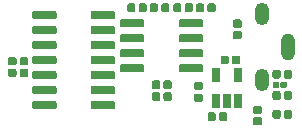
<source format=gbr>
G04 #@! TF.GenerationSoftware,KiCad,Pcbnew,(5.1.5-0-10_14)*
G04 #@! TF.CreationDate,2020-05-02T21:38:08-07:00*
G04 #@! TF.ProjectId,EOGlass,454f476c-6173-4732-9e6b-696361645f70,rev?*
G04 #@! TF.SameCoordinates,Original*
G04 #@! TF.FileFunction,Soldermask,Bot*
G04 #@! TF.FilePolarity,Negative*
%FSLAX46Y46*%
G04 Gerber Fmt 4.6, Leading zero omitted, Abs format (unit mm)*
G04 Created by KiCad (PCBNEW (5.1.5-0-10_14)) date 2020-05-02 21:38:08*
%MOMM*%
%LPD*%
G04 APERTURE LIST*
%ADD10C,0.100000*%
%ADD11O,1.200000X1.900000*%
%ADD12O,1.200000X2.300000*%
%ADD13R,0.750000X1.160000*%
G04 APERTURE END LIST*
D10*
G36*
X138504408Y-68130831D02*
G01*
X138521153Y-68133315D01*
X138537574Y-68137428D01*
X138553513Y-68143131D01*
X138568816Y-68150369D01*
X138583336Y-68159071D01*
X138596933Y-68169156D01*
X138609476Y-68180524D01*
X138620844Y-68193067D01*
X138630929Y-68206664D01*
X138639631Y-68221184D01*
X138646869Y-68236487D01*
X138652572Y-68252426D01*
X138656685Y-68268847D01*
X138659169Y-68285592D01*
X138660000Y-68302500D01*
X138660000Y-68697500D01*
X138659169Y-68714408D01*
X138656685Y-68731153D01*
X138652572Y-68747574D01*
X138646869Y-68763513D01*
X138639631Y-68778816D01*
X138630929Y-68793336D01*
X138620844Y-68806933D01*
X138609476Y-68819476D01*
X138596933Y-68830844D01*
X138583336Y-68840929D01*
X138568816Y-68849631D01*
X138553513Y-68856869D01*
X138537574Y-68862572D01*
X138521153Y-68866685D01*
X138504408Y-68869169D01*
X138487500Y-68870000D01*
X138142500Y-68870000D01*
X138125592Y-68869169D01*
X138108847Y-68866685D01*
X138092426Y-68862572D01*
X138076487Y-68856869D01*
X138061184Y-68849631D01*
X138046664Y-68840929D01*
X138033067Y-68830844D01*
X138020524Y-68819476D01*
X138009156Y-68806933D01*
X137999071Y-68793336D01*
X137990369Y-68778816D01*
X137983131Y-68763513D01*
X137977428Y-68747574D01*
X137973315Y-68731153D01*
X137970831Y-68714408D01*
X137970000Y-68697500D01*
X137970000Y-68302500D01*
X137970831Y-68285592D01*
X137973315Y-68268847D01*
X137977428Y-68252426D01*
X137983131Y-68236487D01*
X137990369Y-68221184D01*
X137999071Y-68206664D01*
X138009156Y-68193067D01*
X138020524Y-68180524D01*
X138033067Y-68169156D01*
X138046664Y-68159071D01*
X138061184Y-68150369D01*
X138076487Y-68143131D01*
X138092426Y-68137428D01*
X138108847Y-68133315D01*
X138125592Y-68130831D01*
X138142500Y-68130000D01*
X138487500Y-68130000D01*
X138504408Y-68130831D01*
G37*
G36*
X139474408Y-68130831D02*
G01*
X139491153Y-68133315D01*
X139507574Y-68137428D01*
X139523513Y-68143131D01*
X139538816Y-68150369D01*
X139553336Y-68159071D01*
X139566933Y-68169156D01*
X139579476Y-68180524D01*
X139590844Y-68193067D01*
X139600929Y-68206664D01*
X139609631Y-68221184D01*
X139616869Y-68236487D01*
X139622572Y-68252426D01*
X139626685Y-68268847D01*
X139629169Y-68285592D01*
X139630000Y-68302500D01*
X139630000Y-68697500D01*
X139629169Y-68714408D01*
X139626685Y-68731153D01*
X139622572Y-68747574D01*
X139616869Y-68763513D01*
X139609631Y-68778816D01*
X139600929Y-68793336D01*
X139590844Y-68806933D01*
X139579476Y-68819476D01*
X139566933Y-68830844D01*
X139553336Y-68840929D01*
X139538816Y-68849631D01*
X139523513Y-68856869D01*
X139507574Y-68862572D01*
X139491153Y-68866685D01*
X139474408Y-68869169D01*
X139457500Y-68870000D01*
X139112500Y-68870000D01*
X139095592Y-68869169D01*
X139078847Y-68866685D01*
X139062426Y-68862572D01*
X139046487Y-68856869D01*
X139031184Y-68849631D01*
X139016664Y-68840929D01*
X139003067Y-68830844D01*
X138990524Y-68819476D01*
X138979156Y-68806933D01*
X138969071Y-68793336D01*
X138960369Y-68778816D01*
X138953131Y-68763513D01*
X138947428Y-68747574D01*
X138943315Y-68731153D01*
X138940831Y-68714408D01*
X138940000Y-68697500D01*
X138940000Y-68302500D01*
X138940831Y-68285592D01*
X138943315Y-68268847D01*
X138947428Y-68252426D01*
X138953131Y-68236487D01*
X138960369Y-68221184D01*
X138969071Y-68206664D01*
X138979156Y-68193067D01*
X138990524Y-68180524D01*
X139003067Y-68169156D01*
X139016664Y-68159071D01*
X139031184Y-68150369D01*
X139046487Y-68143131D01*
X139062426Y-68137428D01*
X139078847Y-68133315D01*
X139095592Y-68130831D01*
X139112500Y-68130000D01*
X139457500Y-68130000D01*
X139474408Y-68130831D01*
G37*
G36*
X138504408Y-69930831D02*
G01*
X138521153Y-69933315D01*
X138537574Y-69937428D01*
X138553513Y-69943131D01*
X138568816Y-69950369D01*
X138583336Y-69959071D01*
X138596933Y-69969156D01*
X138609476Y-69980524D01*
X138620844Y-69993067D01*
X138630929Y-70006664D01*
X138639631Y-70021184D01*
X138646869Y-70036487D01*
X138652572Y-70052426D01*
X138656685Y-70068847D01*
X138659169Y-70085592D01*
X138660000Y-70102500D01*
X138660000Y-70497500D01*
X138659169Y-70514408D01*
X138656685Y-70531153D01*
X138652572Y-70547574D01*
X138646869Y-70563513D01*
X138639631Y-70578816D01*
X138630929Y-70593336D01*
X138620844Y-70606933D01*
X138609476Y-70619476D01*
X138596933Y-70630844D01*
X138583336Y-70640929D01*
X138568816Y-70649631D01*
X138553513Y-70656869D01*
X138537574Y-70662572D01*
X138521153Y-70666685D01*
X138504408Y-70669169D01*
X138487500Y-70670000D01*
X138142500Y-70670000D01*
X138125592Y-70669169D01*
X138108847Y-70666685D01*
X138092426Y-70662572D01*
X138076487Y-70656869D01*
X138061184Y-70649631D01*
X138046664Y-70640929D01*
X138033067Y-70630844D01*
X138020524Y-70619476D01*
X138009156Y-70606933D01*
X137999071Y-70593336D01*
X137990369Y-70578816D01*
X137983131Y-70563513D01*
X137977428Y-70547574D01*
X137973315Y-70531153D01*
X137970831Y-70514408D01*
X137970000Y-70497500D01*
X137970000Y-70102500D01*
X137970831Y-70085592D01*
X137973315Y-70068847D01*
X137977428Y-70052426D01*
X137983131Y-70036487D01*
X137990369Y-70021184D01*
X137999071Y-70006664D01*
X138009156Y-69993067D01*
X138020524Y-69980524D01*
X138033067Y-69969156D01*
X138046664Y-69959071D01*
X138061184Y-69950369D01*
X138076487Y-69943131D01*
X138092426Y-69937428D01*
X138108847Y-69933315D01*
X138125592Y-69930831D01*
X138142500Y-69930000D01*
X138487500Y-69930000D01*
X138504408Y-69930831D01*
G37*
G36*
X139474408Y-69930831D02*
G01*
X139491153Y-69933315D01*
X139507574Y-69937428D01*
X139523513Y-69943131D01*
X139538816Y-69950369D01*
X139553336Y-69959071D01*
X139566933Y-69969156D01*
X139579476Y-69980524D01*
X139590844Y-69993067D01*
X139600929Y-70006664D01*
X139609631Y-70021184D01*
X139616869Y-70036487D01*
X139622572Y-70052426D01*
X139626685Y-70068847D01*
X139629169Y-70085592D01*
X139630000Y-70102500D01*
X139630000Y-70497500D01*
X139629169Y-70514408D01*
X139626685Y-70531153D01*
X139622572Y-70547574D01*
X139616869Y-70563513D01*
X139609631Y-70578816D01*
X139600929Y-70593336D01*
X139590844Y-70606933D01*
X139579476Y-70619476D01*
X139566933Y-70630844D01*
X139553336Y-70640929D01*
X139538816Y-70649631D01*
X139523513Y-70656869D01*
X139507574Y-70662572D01*
X139491153Y-70666685D01*
X139474408Y-70669169D01*
X139457500Y-70670000D01*
X139112500Y-70670000D01*
X139095592Y-70669169D01*
X139078847Y-70666685D01*
X139062426Y-70662572D01*
X139046487Y-70656869D01*
X139031184Y-70649631D01*
X139016664Y-70640929D01*
X139003067Y-70630844D01*
X138990524Y-70619476D01*
X138979156Y-70606933D01*
X138969071Y-70593336D01*
X138960369Y-70578816D01*
X138953131Y-70563513D01*
X138947428Y-70547574D01*
X138943315Y-70531153D01*
X138940831Y-70514408D01*
X138940000Y-70497500D01*
X138940000Y-70102500D01*
X138940831Y-70085592D01*
X138943315Y-70068847D01*
X138947428Y-70052426D01*
X138953131Y-70036487D01*
X138960369Y-70021184D01*
X138969071Y-70006664D01*
X138979156Y-69993067D01*
X138990524Y-69980524D01*
X139003067Y-69969156D01*
X139016664Y-69959071D01*
X139031184Y-69950369D01*
X139046487Y-69943131D01*
X139062426Y-69937428D01*
X139078847Y-69933315D01*
X139095592Y-69930831D01*
X139112500Y-69930000D01*
X139457500Y-69930000D01*
X139474408Y-69930831D01*
G37*
G36*
X139474408Y-71530831D02*
G01*
X139491153Y-71533315D01*
X139507574Y-71537428D01*
X139523513Y-71543131D01*
X139538816Y-71550369D01*
X139553336Y-71559071D01*
X139566933Y-71569156D01*
X139579476Y-71580524D01*
X139590844Y-71593067D01*
X139600929Y-71606664D01*
X139609631Y-71621184D01*
X139616869Y-71636487D01*
X139622572Y-71652426D01*
X139626685Y-71668847D01*
X139629169Y-71685592D01*
X139630000Y-71702500D01*
X139630000Y-72097500D01*
X139629169Y-72114408D01*
X139626685Y-72131153D01*
X139622572Y-72147574D01*
X139616869Y-72163513D01*
X139609631Y-72178816D01*
X139600929Y-72193336D01*
X139590844Y-72206933D01*
X139579476Y-72219476D01*
X139566933Y-72230844D01*
X139553336Y-72240929D01*
X139538816Y-72249631D01*
X139523513Y-72256869D01*
X139507574Y-72262572D01*
X139491153Y-72266685D01*
X139474408Y-72269169D01*
X139457500Y-72270000D01*
X139112500Y-72270000D01*
X139095592Y-72269169D01*
X139078847Y-72266685D01*
X139062426Y-72262572D01*
X139046487Y-72256869D01*
X139031184Y-72249631D01*
X139016664Y-72240929D01*
X139003067Y-72230844D01*
X138990524Y-72219476D01*
X138979156Y-72206933D01*
X138969071Y-72193336D01*
X138960369Y-72178816D01*
X138953131Y-72163513D01*
X138947428Y-72147574D01*
X138943315Y-72131153D01*
X138940831Y-72114408D01*
X138940000Y-72097500D01*
X138940000Y-71702500D01*
X138940831Y-71685592D01*
X138943315Y-71668847D01*
X138947428Y-71652426D01*
X138953131Y-71636487D01*
X138960369Y-71621184D01*
X138969071Y-71606664D01*
X138979156Y-71593067D01*
X138990524Y-71580524D01*
X139003067Y-71569156D01*
X139016664Y-71559071D01*
X139031184Y-71550369D01*
X139046487Y-71543131D01*
X139062426Y-71537428D01*
X139078847Y-71533315D01*
X139095592Y-71530831D01*
X139112500Y-71530000D01*
X139457500Y-71530000D01*
X139474408Y-71530831D01*
G37*
G36*
X138504408Y-71530831D02*
G01*
X138521153Y-71533315D01*
X138537574Y-71537428D01*
X138553513Y-71543131D01*
X138568816Y-71550369D01*
X138583336Y-71559071D01*
X138596933Y-71569156D01*
X138609476Y-71580524D01*
X138620844Y-71593067D01*
X138630929Y-71606664D01*
X138639631Y-71621184D01*
X138646869Y-71636487D01*
X138652572Y-71652426D01*
X138656685Y-71668847D01*
X138659169Y-71685592D01*
X138660000Y-71702500D01*
X138660000Y-72097500D01*
X138659169Y-72114408D01*
X138656685Y-72131153D01*
X138652572Y-72147574D01*
X138646869Y-72163513D01*
X138639631Y-72178816D01*
X138630929Y-72193336D01*
X138620844Y-72206933D01*
X138609476Y-72219476D01*
X138596933Y-72230844D01*
X138583336Y-72240929D01*
X138568816Y-72249631D01*
X138553513Y-72256869D01*
X138537574Y-72262572D01*
X138521153Y-72266685D01*
X138504408Y-72269169D01*
X138487500Y-72270000D01*
X138142500Y-72270000D01*
X138125592Y-72269169D01*
X138108847Y-72266685D01*
X138092426Y-72262572D01*
X138076487Y-72256869D01*
X138061184Y-72249631D01*
X138046664Y-72240929D01*
X138033067Y-72230844D01*
X138020524Y-72219476D01*
X138009156Y-72206933D01*
X137999071Y-72193336D01*
X137990369Y-72178816D01*
X137983131Y-72163513D01*
X137977428Y-72147574D01*
X137973315Y-72131153D01*
X137970831Y-72114408D01*
X137970000Y-72097500D01*
X137970000Y-71702500D01*
X137970831Y-71685592D01*
X137973315Y-71668847D01*
X137977428Y-71652426D01*
X137983131Y-71636487D01*
X137990369Y-71621184D01*
X137999071Y-71606664D01*
X138009156Y-71593067D01*
X138020524Y-71580524D01*
X138033067Y-71569156D01*
X138046664Y-71559071D01*
X138061184Y-71550369D01*
X138076487Y-71543131D01*
X138092426Y-71537428D01*
X138108847Y-71533315D01*
X138125592Y-71530831D01*
X138142500Y-71530000D01*
X138487500Y-71530000D01*
X138504408Y-71530831D01*
G37*
G36*
X136914408Y-72140831D02*
G01*
X136931153Y-72143315D01*
X136947574Y-72147428D01*
X136963513Y-72153131D01*
X136978816Y-72160369D01*
X136993336Y-72169071D01*
X137006933Y-72179156D01*
X137019476Y-72190524D01*
X137030844Y-72203067D01*
X137040929Y-72216664D01*
X137049631Y-72231184D01*
X137056869Y-72246487D01*
X137062572Y-72262426D01*
X137066685Y-72278847D01*
X137069169Y-72295592D01*
X137070000Y-72312500D01*
X137070000Y-72657500D01*
X137069169Y-72674408D01*
X137066685Y-72691153D01*
X137062572Y-72707574D01*
X137056869Y-72723513D01*
X137049631Y-72738816D01*
X137040929Y-72753336D01*
X137030844Y-72766933D01*
X137019476Y-72779476D01*
X137006933Y-72790844D01*
X136993336Y-72800929D01*
X136978816Y-72809631D01*
X136963513Y-72816869D01*
X136947574Y-72822572D01*
X136931153Y-72826685D01*
X136914408Y-72829169D01*
X136897500Y-72830000D01*
X136502500Y-72830000D01*
X136485592Y-72829169D01*
X136468847Y-72826685D01*
X136452426Y-72822572D01*
X136436487Y-72816869D01*
X136421184Y-72809631D01*
X136406664Y-72800929D01*
X136393067Y-72790844D01*
X136380524Y-72779476D01*
X136369156Y-72766933D01*
X136359071Y-72753336D01*
X136350369Y-72738816D01*
X136343131Y-72723513D01*
X136337428Y-72707574D01*
X136333315Y-72691153D01*
X136330831Y-72674408D01*
X136330000Y-72657500D01*
X136330000Y-72312500D01*
X136330831Y-72295592D01*
X136333315Y-72278847D01*
X136337428Y-72262426D01*
X136343131Y-72246487D01*
X136350369Y-72231184D01*
X136359071Y-72216664D01*
X136369156Y-72203067D01*
X136380524Y-72190524D01*
X136393067Y-72179156D01*
X136406664Y-72169071D01*
X136421184Y-72160369D01*
X136436487Y-72153131D01*
X136452426Y-72147428D01*
X136468847Y-72143315D01*
X136485592Y-72140831D01*
X136502500Y-72140000D01*
X136897500Y-72140000D01*
X136914408Y-72140831D01*
G37*
G36*
X136914408Y-71170831D02*
G01*
X136931153Y-71173315D01*
X136947574Y-71177428D01*
X136963513Y-71183131D01*
X136978816Y-71190369D01*
X136993336Y-71199071D01*
X137006933Y-71209156D01*
X137019476Y-71220524D01*
X137030844Y-71233067D01*
X137040929Y-71246664D01*
X137049631Y-71261184D01*
X137056869Y-71276487D01*
X137062572Y-71292426D01*
X137066685Y-71308847D01*
X137069169Y-71325592D01*
X137070000Y-71342500D01*
X137070000Y-71687500D01*
X137069169Y-71704408D01*
X137066685Y-71721153D01*
X137062572Y-71737574D01*
X137056869Y-71753513D01*
X137049631Y-71768816D01*
X137040929Y-71783336D01*
X137030844Y-71796933D01*
X137019476Y-71809476D01*
X137006933Y-71820844D01*
X136993336Y-71830929D01*
X136978816Y-71839631D01*
X136963513Y-71846869D01*
X136947574Y-71852572D01*
X136931153Y-71856685D01*
X136914408Y-71859169D01*
X136897500Y-71860000D01*
X136502500Y-71860000D01*
X136485592Y-71859169D01*
X136468847Y-71856685D01*
X136452426Y-71852572D01*
X136436487Y-71846869D01*
X136421184Y-71839631D01*
X136406664Y-71830929D01*
X136393067Y-71820844D01*
X136380524Y-71809476D01*
X136369156Y-71796933D01*
X136359071Y-71783336D01*
X136350369Y-71768816D01*
X136343131Y-71753513D01*
X136337428Y-71737574D01*
X136333315Y-71721153D01*
X136330831Y-71704408D01*
X136330000Y-71687500D01*
X136330000Y-71342500D01*
X136330831Y-71325592D01*
X136333315Y-71308847D01*
X136337428Y-71292426D01*
X136343131Y-71276487D01*
X136350369Y-71261184D01*
X136359071Y-71246664D01*
X136369156Y-71233067D01*
X136380524Y-71220524D01*
X136393067Y-71209156D01*
X136406664Y-71199071D01*
X136421184Y-71190369D01*
X136436487Y-71183131D01*
X136452426Y-71177428D01*
X136468847Y-71173315D01*
X136485592Y-71170831D01*
X136502500Y-71170000D01*
X136897500Y-71170000D01*
X136914408Y-71170831D01*
G37*
G36*
X134104408Y-66930831D02*
G01*
X134121153Y-66933315D01*
X134137574Y-66937428D01*
X134153513Y-66943131D01*
X134168816Y-66950369D01*
X134183336Y-66959071D01*
X134196933Y-66969156D01*
X134209476Y-66980524D01*
X134220844Y-66993067D01*
X134230929Y-67006664D01*
X134239631Y-67021184D01*
X134246869Y-67036487D01*
X134252572Y-67052426D01*
X134256685Y-67068847D01*
X134259169Y-67085592D01*
X134260000Y-67102500D01*
X134260000Y-67497500D01*
X134259169Y-67514408D01*
X134256685Y-67531153D01*
X134252572Y-67547574D01*
X134246869Y-67563513D01*
X134239631Y-67578816D01*
X134230929Y-67593336D01*
X134220844Y-67606933D01*
X134209476Y-67619476D01*
X134196933Y-67630844D01*
X134183336Y-67640929D01*
X134168816Y-67649631D01*
X134153513Y-67656869D01*
X134137574Y-67662572D01*
X134121153Y-67666685D01*
X134104408Y-67669169D01*
X134087500Y-67670000D01*
X133742500Y-67670000D01*
X133725592Y-67669169D01*
X133708847Y-67666685D01*
X133692426Y-67662572D01*
X133676487Y-67656869D01*
X133661184Y-67649631D01*
X133646664Y-67640929D01*
X133633067Y-67630844D01*
X133620524Y-67619476D01*
X133609156Y-67606933D01*
X133599071Y-67593336D01*
X133590369Y-67578816D01*
X133583131Y-67563513D01*
X133577428Y-67547574D01*
X133573315Y-67531153D01*
X133570831Y-67514408D01*
X133570000Y-67497500D01*
X133570000Y-67102500D01*
X133570831Y-67085592D01*
X133573315Y-67068847D01*
X133577428Y-67052426D01*
X133583131Y-67036487D01*
X133590369Y-67021184D01*
X133599071Y-67006664D01*
X133609156Y-66993067D01*
X133620524Y-66980524D01*
X133633067Y-66969156D01*
X133646664Y-66959071D01*
X133661184Y-66950369D01*
X133676487Y-66943131D01*
X133692426Y-66937428D01*
X133708847Y-66933315D01*
X133725592Y-66930831D01*
X133742500Y-66930000D01*
X134087500Y-66930000D01*
X134104408Y-66930831D01*
G37*
G36*
X135074408Y-66930831D02*
G01*
X135091153Y-66933315D01*
X135107574Y-66937428D01*
X135123513Y-66943131D01*
X135138816Y-66950369D01*
X135153336Y-66959071D01*
X135166933Y-66969156D01*
X135179476Y-66980524D01*
X135190844Y-66993067D01*
X135200929Y-67006664D01*
X135209631Y-67021184D01*
X135216869Y-67036487D01*
X135222572Y-67052426D01*
X135226685Y-67068847D01*
X135229169Y-67085592D01*
X135230000Y-67102500D01*
X135230000Y-67497500D01*
X135229169Y-67514408D01*
X135226685Y-67531153D01*
X135222572Y-67547574D01*
X135216869Y-67563513D01*
X135209631Y-67578816D01*
X135200929Y-67593336D01*
X135190844Y-67606933D01*
X135179476Y-67619476D01*
X135166933Y-67630844D01*
X135153336Y-67640929D01*
X135138816Y-67649631D01*
X135123513Y-67656869D01*
X135107574Y-67662572D01*
X135091153Y-67666685D01*
X135074408Y-67669169D01*
X135057500Y-67670000D01*
X134712500Y-67670000D01*
X134695592Y-67669169D01*
X134678847Y-67666685D01*
X134662426Y-67662572D01*
X134646487Y-67656869D01*
X134631184Y-67649631D01*
X134616664Y-67640929D01*
X134603067Y-67630844D01*
X134590524Y-67619476D01*
X134579156Y-67606933D01*
X134569071Y-67593336D01*
X134560369Y-67578816D01*
X134553131Y-67563513D01*
X134547428Y-67547574D01*
X134543315Y-67531153D01*
X134540831Y-67514408D01*
X134540000Y-67497500D01*
X134540000Y-67102500D01*
X134540831Y-67085592D01*
X134543315Y-67068847D01*
X134547428Y-67052426D01*
X134553131Y-67036487D01*
X134560369Y-67021184D01*
X134569071Y-67006664D01*
X134579156Y-66993067D01*
X134590524Y-66980524D01*
X134603067Y-66969156D01*
X134616664Y-66959071D01*
X134631184Y-66950369D01*
X134646487Y-66943131D01*
X134662426Y-66937428D01*
X134678847Y-66933315D01*
X134695592Y-66930831D01*
X134712500Y-66930000D01*
X135057500Y-66930000D01*
X135074408Y-66930831D01*
G37*
G36*
X128304408Y-69030831D02*
G01*
X128321153Y-69033315D01*
X128337574Y-69037428D01*
X128353513Y-69043131D01*
X128368816Y-69050369D01*
X128383336Y-69059071D01*
X128396933Y-69069156D01*
X128409476Y-69080524D01*
X128420844Y-69093067D01*
X128430929Y-69106664D01*
X128439631Y-69121184D01*
X128446869Y-69136487D01*
X128452572Y-69152426D01*
X128456685Y-69168847D01*
X128459169Y-69185592D01*
X128460000Y-69202500D01*
X128460000Y-69597500D01*
X128459169Y-69614408D01*
X128456685Y-69631153D01*
X128452572Y-69647574D01*
X128446869Y-69663513D01*
X128439631Y-69678816D01*
X128430929Y-69693336D01*
X128420844Y-69706933D01*
X128409476Y-69719476D01*
X128396933Y-69730844D01*
X128383336Y-69740929D01*
X128368816Y-69749631D01*
X128353513Y-69756869D01*
X128337574Y-69762572D01*
X128321153Y-69766685D01*
X128304408Y-69769169D01*
X128287500Y-69770000D01*
X127942500Y-69770000D01*
X127925592Y-69769169D01*
X127908847Y-69766685D01*
X127892426Y-69762572D01*
X127876487Y-69756869D01*
X127861184Y-69749631D01*
X127846664Y-69740929D01*
X127833067Y-69730844D01*
X127820524Y-69719476D01*
X127809156Y-69706933D01*
X127799071Y-69693336D01*
X127790369Y-69678816D01*
X127783131Y-69663513D01*
X127777428Y-69647574D01*
X127773315Y-69631153D01*
X127770831Y-69614408D01*
X127770000Y-69597500D01*
X127770000Y-69202500D01*
X127770831Y-69185592D01*
X127773315Y-69168847D01*
X127777428Y-69152426D01*
X127783131Y-69136487D01*
X127790369Y-69121184D01*
X127799071Y-69106664D01*
X127809156Y-69093067D01*
X127820524Y-69080524D01*
X127833067Y-69069156D01*
X127846664Y-69059071D01*
X127861184Y-69050369D01*
X127876487Y-69043131D01*
X127892426Y-69037428D01*
X127908847Y-69033315D01*
X127925592Y-69030831D01*
X127942500Y-69030000D01*
X128287500Y-69030000D01*
X128304408Y-69030831D01*
G37*
G36*
X129274408Y-69030831D02*
G01*
X129291153Y-69033315D01*
X129307574Y-69037428D01*
X129323513Y-69043131D01*
X129338816Y-69050369D01*
X129353336Y-69059071D01*
X129366933Y-69069156D01*
X129379476Y-69080524D01*
X129390844Y-69093067D01*
X129400929Y-69106664D01*
X129409631Y-69121184D01*
X129416869Y-69136487D01*
X129422572Y-69152426D01*
X129426685Y-69168847D01*
X129429169Y-69185592D01*
X129430000Y-69202500D01*
X129430000Y-69597500D01*
X129429169Y-69614408D01*
X129426685Y-69631153D01*
X129422572Y-69647574D01*
X129416869Y-69663513D01*
X129409631Y-69678816D01*
X129400929Y-69693336D01*
X129390844Y-69706933D01*
X129379476Y-69719476D01*
X129366933Y-69730844D01*
X129353336Y-69740929D01*
X129338816Y-69749631D01*
X129323513Y-69756869D01*
X129307574Y-69762572D01*
X129291153Y-69766685D01*
X129274408Y-69769169D01*
X129257500Y-69770000D01*
X128912500Y-69770000D01*
X128895592Y-69769169D01*
X128878847Y-69766685D01*
X128862426Y-69762572D01*
X128846487Y-69756869D01*
X128831184Y-69749631D01*
X128816664Y-69740929D01*
X128803067Y-69730844D01*
X128790524Y-69719476D01*
X128779156Y-69706933D01*
X128769071Y-69693336D01*
X128760369Y-69678816D01*
X128753131Y-69663513D01*
X128747428Y-69647574D01*
X128743315Y-69631153D01*
X128740831Y-69614408D01*
X128740000Y-69597500D01*
X128740000Y-69202500D01*
X128740831Y-69185592D01*
X128743315Y-69168847D01*
X128747428Y-69152426D01*
X128753131Y-69136487D01*
X128760369Y-69121184D01*
X128769071Y-69106664D01*
X128779156Y-69093067D01*
X128790524Y-69080524D01*
X128803067Y-69069156D01*
X128816664Y-69059071D01*
X128831184Y-69050369D01*
X128846487Y-69043131D01*
X128862426Y-69037428D01*
X128878847Y-69033315D01*
X128895592Y-69030831D01*
X128912500Y-69030000D01*
X129257500Y-69030000D01*
X129274408Y-69030831D01*
G37*
G36*
X133974408Y-71730831D02*
G01*
X133991153Y-71733315D01*
X134007574Y-71737428D01*
X134023513Y-71743131D01*
X134038816Y-71750369D01*
X134053336Y-71759071D01*
X134066933Y-71769156D01*
X134079476Y-71780524D01*
X134090844Y-71793067D01*
X134100929Y-71806664D01*
X134109631Y-71821184D01*
X134116869Y-71836487D01*
X134122572Y-71852426D01*
X134126685Y-71868847D01*
X134129169Y-71885592D01*
X134130000Y-71902500D01*
X134130000Y-72297500D01*
X134129169Y-72314408D01*
X134126685Y-72331153D01*
X134122572Y-72347574D01*
X134116869Y-72363513D01*
X134109631Y-72378816D01*
X134100929Y-72393336D01*
X134090844Y-72406933D01*
X134079476Y-72419476D01*
X134066933Y-72430844D01*
X134053336Y-72440929D01*
X134038816Y-72449631D01*
X134023513Y-72456869D01*
X134007574Y-72462572D01*
X133991153Y-72466685D01*
X133974408Y-72469169D01*
X133957500Y-72470000D01*
X133612500Y-72470000D01*
X133595592Y-72469169D01*
X133578847Y-72466685D01*
X133562426Y-72462572D01*
X133546487Y-72456869D01*
X133531184Y-72449631D01*
X133516664Y-72440929D01*
X133503067Y-72430844D01*
X133490524Y-72419476D01*
X133479156Y-72406933D01*
X133469071Y-72393336D01*
X133460369Y-72378816D01*
X133453131Y-72363513D01*
X133447428Y-72347574D01*
X133443315Y-72331153D01*
X133440831Y-72314408D01*
X133440000Y-72297500D01*
X133440000Y-71902500D01*
X133440831Y-71885592D01*
X133443315Y-71868847D01*
X133447428Y-71852426D01*
X133453131Y-71836487D01*
X133460369Y-71821184D01*
X133469071Y-71806664D01*
X133479156Y-71793067D01*
X133490524Y-71780524D01*
X133503067Y-71769156D01*
X133516664Y-71759071D01*
X133531184Y-71750369D01*
X133546487Y-71743131D01*
X133562426Y-71737428D01*
X133578847Y-71733315D01*
X133595592Y-71730831D01*
X133612500Y-71730000D01*
X133957500Y-71730000D01*
X133974408Y-71730831D01*
G37*
G36*
X133004408Y-71730831D02*
G01*
X133021153Y-71733315D01*
X133037574Y-71737428D01*
X133053513Y-71743131D01*
X133068816Y-71750369D01*
X133083336Y-71759071D01*
X133096933Y-71769156D01*
X133109476Y-71780524D01*
X133120844Y-71793067D01*
X133130929Y-71806664D01*
X133139631Y-71821184D01*
X133146869Y-71836487D01*
X133152572Y-71852426D01*
X133156685Y-71868847D01*
X133159169Y-71885592D01*
X133160000Y-71902500D01*
X133160000Y-72297500D01*
X133159169Y-72314408D01*
X133156685Y-72331153D01*
X133152572Y-72347574D01*
X133146869Y-72363513D01*
X133139631Y-72378816D01*
X133130929Y-72393336D01*
X133120844Y-72406933D01*
X133109476Y-72419476D01*
X133096933Y-72430844D01*
X133083336Y-72440929D01*
X133068816Y-72449631D01*
X133053513Y-72456869D01*
X133037574Y-72462572D01*
X133021153Y-72466685D01*
X133004408Y-72469169D01*
X132987500Y-72470000D01*
X132642500Y-72470000D01*
X132625592Y-72469169D01*
X132608847Y-72466685D01*
X132592426Y-72462572D01*
X132576487Y-72456869D01*
X132561184Y-72449631D01*
X132546664Y-72440929D01*
X132533067Y-72430844D01*
X132520524Y-72419476D01*
X132509156Y-72406933D01*
X132499071Y-72393336D01*
X132490369Y-72378816D01*
X132483131Y-72363513D01*
X132477428Y-72347574D01*
X132473315Y-72331153D01*
X132470831Y-72314408D01*
X132470000Y-72297500D01*
X132470000Y-71902500D01*
X132470831Y-71885592D01*
X132473315Y-71868847D01*
X132477428Y-71852426D01*
X132483131Y-71836487D01*
X132490369Y-71821184D01*
X132499071Y-71806664D01*
X132509156Y-71793067D01*
X132520524Y-71780524D01*
X132533067Y-71769156D01*
X132546664Y-71759071D01*
X132561184Y-71750369D01*
X132576487Y-71743131D01*
X132592426Y-71737428D01*
X132608847Y-71733315D01*
X132625592Y-71730831D01*
X132642500Y-71730000D01*
X132987500Y-71730000D01*
X133004408Y-71730831D01*
G37*
G36*
X131074408Y-62500831D02*
G01*
X131091153Y-62503315D01*
X131107574Y-62507428D01*
X131123513Y-62513131D01*
X131138816Y-62520369D01*
X131153336Y-62529071D01*
X131166933Y-62539156D01*
X131179476Y-62550524D01*
X131190844Y-62563067D01*
X131200929Y-62576664D01*
X131209631Y-62591184D01*
X131216869Y-62606487D01*
X131222572Y-62622426D01*
X131226685Y-62638847D01*
X131229169Y-62655592D01*
X131230000Y-62672500D01*
X131230000Y-63067500D01*
X131229169Y-63084408D01*
X131226685Y-63101153D01*
X131222572Y-63117574D01*
X131216869Y-63133513D01*
X131209631Y-63148816D01*
X131200929Y-63163336D01*
X131190844Y-63176933D01*
X131179476Y-63189476D01*
X131166933Y-63200844D01*
X131153336Y-63210929D01*
X131138816Y-63219631D01*
X131123513Y-63226869D01*
X131107574Y-63232572D01*
X131091153Y-63236685D01*
X131074408Y-63239169D01*
X131057500Y-63240000D01*
X130712500Y-63240000D01*
X130695592Y-63239169D01*
X130678847Y-63236685D01*
X130662426Y-63232572D01*
X130646487Y-63226869D01*
X130631184Y-63219631D01*
X130616664Y-63210929D01*
X130603067Y-63200844D01*
X130590524Y-63189476D01*
X130579156Y-63176933D01*
X130569071Y-63163336D01*
X130560369Y-63148816D01*
X130553131Y-63133513D01*
X130547428Y-63117574D01*
X130543315Y-63101153D01*
X130540831Y-63084408D01*
X130540000Y-63067500D01*
X130540000Y-62672500D01*
X130540831Y-62655592D01*
X130543315Y-62638847D01*
X130547428Y-62622426D01*
X130553131Y-62606487D01*
X130560369Y-62591184D01*
X130569071Y-62576664D01*
X130579156Y-62563067D01*
X130590524Y-62550524D01*
X130603067Y-62539156D01*
X130616664Y-62529071D01*
X130631184Y-62520369D01*
X130646487Y-62513131D01*
X130662426Y-62507428D01*
X130678847Y-62503315D01*
X130695592Y-62500831D01*
X130712500Y-62500000D01*
X131057500Y-62500000D01*
X131074408Y-62500831D01*
G37*
G36*
X130104408Y-62500831D02*
G01*
X130121153Y-62503315D01*
X130137574Y-62507428D01*
X130153513Y-62513131D01*
X130168816Y-62520369D01*
X130183336Y-62529071D01*
X130196933Y-62539156D01*
X130209476Y-62550524D01*
X130220844Y-62563067D01*
X130230929Y-62576664D01*
X130239631Y-62591184D01*
X130246869Y-62606487D01*
X130252572Y-62622426D01*
X130256685Y-62638847D01*
X130259169Y-62655592D01*
X130260000Y-62672500D01*
X130260000Y-63067500D01*
X130259169Y-63084408D01*
X130256685Y-63101153D01*
X130252572Y-63117574D01*
X130246869Y-63133513D01*
X130239631Y-63148816D01*
X130230929Y-63163336D01*
X130220844Y-63176933D01*
X130209476Y-63189476D01*
X130196933Y-63200844D01*
X130183336Y-63210929D01*
X130168816Y-63219631D01*
X130153513Y-63226869D01*
X130137574Y-63232572D01*
X130121153Y-63236685D01*
X130104408Y-63239169D01*
X130087500Y-63240000D01*
X129742500Y-63240000D01*
X129725592Y-63239169D01*
X129708847Y-63236685D01*
X129692426Y-63232572D01*
X129676487Y-63226869D01*
X129661184Y-63219631D01*
X129646664Y-63210929D01*
X129633067Y-63200844D01*
X129620524Y-63189476D01*
X129609156Y-63176933D01*
X129599071Y-63163336D01*
X129590369Y-63148816D01*
X129583131Y-63133513D01*
X129577428Y-63117574D01*
X129573315Y-63101153D01*
X129570831Y-63084408D01*
X129570000Y-63067500D01*
X129570000Y-62672500D01*
X129570831Y-62655592D01*
X129573315Y-62638847D01*
X129577428Y-62622426D01*
X129583131Y-62606487D01*
X129590369Y-62591184D01*
X129599071Y-62576664D01*
X129609156Y-62563067D01*
X129620524Y-62550524D01*
X129633067Y-62539156D01*
X129646664Y-62529071D01*
X129661184Y-62520369D01*
X129676487Y-62513131D01*
X129692426Y-62507428D01*
X129708847Y-62503315D01*
X129725592Y-62500831D01*
X129742500Y-62500000D01*
X130087500Y-62500000D01*
X130104408Y-62500831D01*
G37*
G36*
X128304408Y-70030831D02*
G01*
X128321153Y-70033315D01*
X128337574Y-70037428D01*
X128353513Y-70043131D01*
X128368816Y-70050369D01*
X128383336Y-70059071D01*
X128396933Y-70069156D01*
X128409476Y-70080524D01*
X128420844Y-70093067D01*
X128430929Y-70106664D01*
X128439631Y-70121184D01*
X128446869Y-70136487D01*
X128452572Y-70152426D01*
X128456685Y-70168847D01*
X128459169Y-70185592D01*
X128460000Y-70202500D01*
X128460000Y-70597500D01*
X128459169Y-70614408D01*
X128456685Y-70631153D01*
X128452572Y-70647574D01*
X128446869Y-70663513D01*
X128439631Y-70678816D01*
X128430929Y-70693336D01*
X128420844Y-70706933D01*
X128409476Y-70719476D01*
X128396933Y-70730844D01*
X128383336Y-70740929D01*
X128368816Y-70749631D01*
X128353513Y-70756869D01*
X128337574Y-70762572D01*
X128321153Y-70766685D01*
X128304408Y-70769169D01*
X128287500Y-70770000D01*
X127942500Y-70770000D01*
X127925592Y-70769169D01*
X127908847Y-70766685D01*
X127892426Y-70762572D01*
X127876487Y-70756869D01*
X127861184Y-70749631D01*
X127846664Y-70740929D01*
X127833067Y-70730844D01*
X127820524Y-70719476D01*
X127809156Y-70706933D01*
X127799071Y-70693336D01*
X127790369Y-70678816D01*
X127783131Y-70663513D01*
X127777428Y-70647574D01*
X127773315Y-70631153D01*
X127770831Y-70614408D01*
X127770000Y-70597500D01*
X127770000Y-70202500D01*
X127770831Y-70185592D01*
X127773315Y-70168847D01*
X127777428Y-70152426D01*
X127783131Y-70136487D01*
X127790369Y-70121184D01*
X127799071Y-70106664D01*
X127809156Y-70093067D01*
X127820524Y-70080524D01*
X127833067Y-70069156D01*
X127846664Y-70059071D01*
X127861184Y-70050369D01*
X127876487Y-70043131D01*
X127892426Y-70037428D01*
X127908847Y-70033315D01*
X127925592Y-70030831D01*
X127942500Y-70030000D01*
X128287500Y-70030000D01*
X128304408Y-70030831D01*
G37*
G36*
X129274408Y-70030831D02*
G01*
X129291153Y-70033315D01*
X129307574Y-70037428D01*
X129323513Y-70043131D01*
X129338816Y-70050369D01*
X129353336Y-70059071D01*
X129366933Y-70069156D01*
X129379476Y-70080524D01*
X129390844Y-70093067D01*
X129400929Y-70106664D01*
X129409631Y-70121184D01*
X129416869Y-70136487D01*
X129422572Y-70152426D01*
X129426685Y-70168847D01*
X129429169Y-70185592D01*
X129430000Y-70202500D01*
X129430000Y-70597500D01*
X129429169Y-70614408D01*
X129426685Y-70631153D01*
X129422572Y-70647574D01*
X129416869Y-70663513D01*
X129409631Y-70678816D01*
X129400929Y-70693336D01*
X129390844Y-70706933D01*
X129379476Y-70719476D01*
X129366933Y-70730844D01*
X129353336Y-70740929D01*
X129338816Y-70749631D01*
X129323513Y-70756869D01*
X129307574Y-70762572D01*
X129291153Y-70766685D01*
X129274408Y-70769169D01*
X129257500Y-70770000D01*
X128912500Y-70770000D01*
X128895592Y-70769169D01*
X128878847Y-70766685D01*
X128862426Y-70762572D01*
X128846487Y-70756869D01*
X128831184Y-70749631D01*
X128816664Y-70740929D01*
X128803067Y-70730844D01*
X128790524Y-70719476D01*
X128779156Y-70706933D01*
X128769071Y-70693336D01*
X128760369Y-70678816D01*
X128753131Y-70663513D01*
X128747428Y-70647574D01*
X128743315Y-70631153D01*
X128740831Y-70614408D01*
X128740000Y-70597500D01*
X128740000Y-70202500D01*
X128740831Y-70185592D01*
X128743315Y-70168847D01*
X128747428Y-70152426D01*
X128753131Y-70136487D01*
X128760369Y-70121184D01*
X128769071Y-70106664D01*
X128779156Y-70093067D01*
X128790524Y-70080524D01*
X128803067Y-70069156D01*
X128816664Y-70059071D01*
X128831184Y-70050369D01*
X128846487Y-70043131D01*
X128862426Y-70037428D01*
X128878847Y-70033315D01*
X128895592Y-70030831D01*
X128912500Y-70030000D01*
X129257500Y-70030000D01*
X129274408Y-70030831D01*
G37*
G36*
X129084408Y-62510831D02*
G01*
X129101153Y-62513315D01*
X129117574Y-62517428D01*
X129133513Y-62523131D01*
X129148816Y-62530369D01*
X129163336Y-62539071D01*
X129176933Y-62549156D01*
X129189476Y-62560524D01*
X129200844Y-62573067D01*
X129210929Y-62586664D01*
X129219631Y-62601184D01*
X129226869Y-62616487D01*
X129232572Y-62632426D01*
X129236685Y-62648847D01*
X129239169Y-62665592D01*
X129240000Y-62682500D01*
X129240000Y-63077500D01*
X129239169Y-63094408D01*
X129236685Y-63111153D01*
X129232572Y-63127574D01*
X129226869Y-63143513D01*
X129219631Y-63158816D01*
X129210929Y-63173336D01*
X129200844Y-63186933D01*
X129189476Y-63199476D01*
X129176933Y-63210844D01*
X129163336Y-63220929D01*
X129148816Y-63229631D01*
X129133513Y-63236869D01*
X129117574Y-63242572D01*
X129101153Y-63246685D01*
X129084408Y-63249169D01*
X129067500Y-63250000D01*
X128722500Y-63250000D01*
X128705592Y-63249169D01*
X128688847Y-63246685D01*
X128672426Y-63242572D01*
X128656487Y-63236869D01*
X128641184Y-63229631D01*
X128626664Y-63220929D01*
X128613067Y-63210844D01*
X128600524Y-63199476D01*
X128589156Y-63186933D01*
X128579071Y-63173336D01*
X128570369Y-63158816D01*
X128563131Y-63143513D01*
X128557428Y-63127574D01*
X128553315Y-63111153D01*
X128550831Y-63094408D01*
X128550000Y-63077500D01*
X128550000Y-62682500D01*
X128550831Y-62665592D01*
X128553315Y-62648847D01*
X128557428Y-62632426D01*
X128563131Y-62616487D01*
X128570369Y-62601184D01*
X128579071Y-62586664D01*
X128589156Y-62573067D01*
X128600524Y-62560524D01*
X128613067Y-62549156D01*
X128626664Y-62539071D01*
X128641184Y-62530369D01*
X128656487Y-62523131D01*
X128672426Y-62517428D01*
X128688847Y-62513315D01*
X128705592Y-62510831D01*
X128722500Y-62510000D01*
X129067500Y-62510000D01*
X129084408Y-62510831D01*
G37*
G36*
X128114408Y-62510831D02*
G01*
X128131153Y-62513315D01*
X128147574Y-62517428D01*
X128163513Y-62523131D01*
X128178816Y-62530369D01*
X128193336Y-62539071D01*
X128206933Y-62549156D01*
X128219476Y-62560524D01*
X128230844Y-62573067D01*
X128240929Y-62586664D01*
X128249631Y-62601184D01*
X128256869Y-62616487D01*
X128262572Y-62632426D01*
X128266685Y-62648847D01*
X128269169Y-62665592D01*
X128270000Y-62682500D01*
X128270000Y-63077500D01*
X128269169Y-63094408D01*
X128266685Y-63111153D01*
X128262572Y-63127574D01*
X128256869Y-63143513D01*
X128249631Y-63158816D01*
X128240929Y-63173336D01*
X128230844Y-63186933D01*
X128219476Y-63199476D01*
X128206933Y-63210844D01*
X128193336Y-63220929D01*
X128178816Y-63229631D01*
X128163513Y-63236869D01*
X128147574Y-63242572D01*
X128131153Y-63246685D01*
X128114408Y-63249169D01*
X128097500Y-63250000D01*
X127752500Y-63250000D01*
X127735592Y-63249169D01*
X127718847Y-63246685D01*
X127702426Y-63242572D01*
X127686487Y-63236869D01*
X127671184Y-63229631D01*
X127656664Y-63220929D01*
X127643067Y-63210844D01*
X127630524Y-63199476D01*
X127619156Y-63186933D01*
X127609071Y-63173336D01*
X127600369Y-63158816D01*
X127593131Y-63143513D01*
X127587428Y-63127574D01*
X127583315Y-63111153D01*
X127580831Y-63094408D01*
X127580000Y-63077500D01*
X127580000Y-62682500D01*
X127580831Y-62665592D01*
X127583315Y-62648847D01*
X127587428Y-62632426D01*
X127593131Y-62616487D01*
X127600369Y-62601184D01*
X127609071Y-62586664D01*
X127619156Y-62573067D01*
X127630524Y-62560524D01*
X127643067Y-62549156D01*
X127656664Y-62539071D01*
X127671184Y-62530369D01*
X127686487Y-62523131D01*
X127702426Y-62517428D01*
X127718847Y-62513315D01*
X127735592Y-62510831D01*
X127752500Y-62510000D01*
X128097500Y-62510000D01*
X128114408Y-62510831D01*
G37*
G36*
X126204408Y-62510831D02*
G01*
X126221153Y-62513315D01*
X126237574Y-62517428D01*
X126253513Y-62523131D01*
X126268816Y-62530369D01*
X126283336Y-62539071D01*
X126296933Y-62549156D01*
X126309476Y-62560524D01*
X126320844Y-62573067D01*
X126330929Y-62586664D01*
X126339631Y-62601184D01*
X126346869Y-62616487D01*
X126352572Y-62632426D01*
X126356685Y-62648847D01*
X126359169Y-62665592D01*
X126360000Y-62682500D01*
X126360000Y-63077500D01*
X126359169Y-63094408D01*
X126356685Y-63111153D01*
X126352572Y-63127574D01*
X126346869Y-63143513D01*
X126339631Y-63158816D01*
X126330929Y-63173336D01*
X126320844Y-63186933D01*
X126309476Y-63199476D01*
X126296933Y-63210844D01*
X126283336Y-63220929D01*
X126268816Y-63229631D01*
X126253513Y-63236869D01*
X126237574Y-63242572D01*
X126221153Y-63246685D01*
X126204408Y-63249169D01*
X126187500Y-63250000D01*
X125842500Y-63250000D01*
X125825592Y-63249169D01*
X125808847Y-63246685D01*
X125792426Y-63242572D01*
X125776487Y-63236869D01*
X125761184Y-63229631D01*
X125746664Y-63220929D01*
X125733067Y-63210844D01*
X125720524Y-63199476D01*
X125709156Y-63186933D01*
X125699071Y-63173336D01*
X125690369Y-63158816D01*
X125683131Y-63143513D01*
X125677428Y-63127574D01*
X125673315Y-63111153D01*
X125670831Y-63094408D01*
X125670000Y-63077500D01*
X125670000Y-62682500D01*
X125670831Y-62665592D01*
X125673315Y-62648847D01*
X125677428Y-62632426D01*
X125683131Y-62616487D01*
X125690369Y-62601184D01*
X125699071Y-62586664D01*
X125709156Y-62573067D01*
X125720524Y-62560524D01*
X125733067Y-62549156D01*
X125746664Y-62539071D01*
X125761184Y-62530369D01*
X125776487Y-62523131D01*
X125792426Y-62517428D01*
X125808847Y-62513315D01*
X125825592Y-62510831D01*
X125842500Y-62510000D01*
X126187500Y-62510000D01*
X126204408Y-62510831D01*
G37*
G36*
X127174408Y-62510831D02*
G01*
X127191153Y-62513315D01*
X127207574Y-62517428D01*
X127223513Y-62523131D01*
X127238816Y-62530369D01*
X127253336Y-62539071D01*
X127266933Y-62549156D01*
X127279476Y-62560524D01*
X127290844Y-62573067D01*
X127300929Y-62586664D01*
X127309631Y-62601184D01*
X127316869Y-62616487D01*
X127322572Y-62632426D01*
X127326685Y-62648847D01*
X127329169Y-62665592D01*
X127330000Y-62682500D01*
X127330000Y-63077500D01*
X127329169Y-63094408D01*
X127326685Y-63111153D01*
X127322572Y-63127574D01*
X127316869Y-63143513D01*
X127309631Y-63158816D01*
X127300929Y-63173336D01*
X127290844Y-63186933D01*
X127279476Y-63199476D01*
X127266933Y-63210844D01*
X127253336Y-63220929D01*
X127238816Y-63229631D01*
X127223513Y-63236869D01*
X127207574Y-63242572D01*
X127191153Y-63246685D01*
X127174408Y-63249169D01*
X127157500Y-63250000D01*
X126812500Y-63250000D01*
X126795592Y-63249169D01*
X126778847Y-63246685D01*
X126762426Y-63242572D01*
X126746487Y-63236869D01*
X126731184Y-63229631D01*
X126716664Y-63220929D01*
X126703067Y-63210844D01*
X126690524Y-63199476D01*
X126679156Y-63186933D01*
X126669071Y-63173336D01*
X126660369Y-63158816D01*
X126653131Y-63143513D01*
X126647428Y-63127574D01*
X126643315Y-63111153D01*
X126640831Y-63094408D01*
X126640000Y-63077500D01*
X126640000Y-62682500D01*
X126640831Y-62665592D01*
X126643315Y-62648847D01*
X126647428Y-62632426D01*
X126653131Y-62616487D01*
X126660369Y-62601184D01*
X126669071Y-62586664D01*
X126679156Y-62573067D01*
X126690524Y-62560524D01*
X126703067Y-62549156D01*
X126716664Y-62539071D01*
X126731184Y-62530369D01*
X126746487Y-62523131D01*
X126762426Y-62517428D01*
X126778847Y-62513315D01*
X126795592Y-62510831D01*
X126812500Y-62510000D01*
X127157500Y-62510000D01*
X127174408Y-62510831D01*
G37*
G36*
X135214408Y-63870831D02*
G01*
X135231153Y-63873315D01*
X135247574Y-63877428D01*
X135263513Y-63883131D01*
X135278816Y-63890369D01*
X135293336Y-63899071D01*
X135306933Y-63909156D01*
X135319476Y-63920524D01*
X135330844Y-63933067D01*
X135340929Y-63946664D01*
X135349631Y-63961184D01*
X135356869Y-63976487D01*
X135362572Y-63992426D01*
X135366685Y-64008847D01*
X135369169Y-64025592D01*
X135370000Y-64042500D01*
X135370000Y-64387500D01*
X135369169Y-64404408D01*
X135366685Y-64421153D01*
X135362572Y-64437574D01*
X135356869Y-64453513D01*
X135349631Y-64468816D01*
X135340929Y-64483336D01*
X135330844Y-64496933D01*
X135319476Y-64509476D01*
X135306933Y-64520844D01*
X135293336Y-64530929D01*
X135278816Y-64539631D01*
X135263513Y-64546869D01*
X135247574Y-64552572D01*
X135231153Y-64556685D01*
X135214408Y-64559169D01*
X135197500Y-64560000D01*
X134802500Y-64560000D01*
X134785592Y-64559169D01*
X134768847Y-64556685D01*
X134752426Y-64552572D01*
X134736487Y-64546869D01*
X134721184Y-64539631D01*
X134706664Y-64530929D01*
X134693067Y-64520844D01*
X134680524Y-64509476D01*
X134669156Y-64496933D01*
X134659071Y-64483336D01*
X134650369Y-64468816D01*
X134643131Y-64453513D01*
X134637428Y-64437574D01*
X134633315Y-64421153D01*
X134630831Y-64404408D01*
X134630000Y-64387500D01*
X134630000Y-64042500D01*
X134630831Y-64025592D01*
X134633315Y-64008847D01*
X134637428Y-63992426D01*
X134643131Y-63976487D01*
X134650369Y-63961184D01*
X134659071Y-63946664D01*
X134669156Y-63933067D01*
X134680524Y-63920524D01*
X134693067Y-63909156D01*
X134706664Y-63899071D01*
X134721184Y-63890369D01*
X134736487Y-63883131D01*
X134752426Y-63877428D01*
X134768847Y-63873315D01*
X134785592Y-63870831D01*
X134802500Y-63870000D01*
X135197500Y-63870000D01*
X135214408Y-63870831D01*
G37*
G36*
X135214408Y-64840831D02*
G01*
X135231153Y-64843315D01*
X135247574Y-64847428D01*
X135263513Y-64853131D01*
X135278816Y-64860369D01*
X135293336Y-64869071D01*
X135306933Y-64879156D01*
X135319476Y-64890524D01*
X135330844Y-64903067D01*
X135340929Y-64916664D01*
X135349631Y-64931184D01*
X135356869Y-64946487D01*
X135362572Y-64962426D01*
X135366685Y-64978847D01*
X135369169Y-64995592D01*
X135370000Y-65012500D01*
X135370000Y-65357500D01*
X135369169Y-65374408D01*
X135366685Y-65391153D01*
X135362572Y-65407574D01*
X135356869Y-65423513D01*
X135349631Y-65438816D01*
X135340929Y-65453336D01*
X135330844Y-65466933D01*
X135319476Y-65479476D01*
X135306933Y-65490844D01*
X135293336Y-65500929D01*
X135278816Y-65509631D01*
X135263513Y-65516869D01*
X135247574Y-65522572D01*
X135231153Y-65526685D01*
X135214408Y-65529169D01*
X135197500Y-65530000D01*
X134802500Y-65530000D01*
X134785592Y-65529169D01*
X134768847Y-65526685D01*
X134752426Y-65522572D01*
X134736487Y-65516869D01*
X134721184Y-65509631D01*
X134706664Y-65500929D01*
X134693067Y-65490844D01*
X134680524Y-65479476D01*
X134669156Y-65466933D01*
X134659071Y-65453336D01*
X134650369Y-65438816D01*
X134643131Y-65423513D01*
X134637428Y-65407574D01*
X134633315Y-65391153D01*
X134630831Y-65374408D01*
X134630000Y-65357500D01*
X134630000Y-65012500D01*
X134630831Y-64995592D01*
X134633315Y-64978847D01*
X134637428Y-64962426D01*
X134643131Y-64946487D01*
X134650369Y-64931184D01*
X134659071Y-64916664D01*
X134669156Y-64903067D01*
X134680524Y-64890524D01*
X134693067Y-64879156D01*
X134706664Y-64869071D01*
X134721184Y-64860369D01*
X134736487Y-64853131D01*
X134752426Y-64847428D01*
X134768847Y-64843315D01*
X134785592Y-64840831D01*
X134802500Y-64840000D01*
X135197500Y-64840000D01*
X135214408Y-64840831D01*
G37*
G36*
X131914408Y-69170831D02*
G01*
X131931153Y-69173315D01*
X131947574Y-69177428D01*
X131963513Y-69183131D01*
X131978816Y-69190369D01*
X131993336Y-69199071D01*
X132006933Y-69209156D01*
X132019476Y-69220524D01*
X132030844Y-69233067D01*
X132040929Y-69246664D01*
X132049631Y-69261184D01*
X132056869Y-69276487D01*
X132062572Y-69292426D01*
X132066685Y-69308847D01*
X132069169Y-69325592D01*
X132070000Y-69342500D01*
X132070000Y-69687500D01*
X132069169Y-69704408D01*
X132066685Y-69721153D01*
X132062572Y-69737574D01*
X132056869Y-69753513D01*
X132049631Y-69768816D01*
X132040929Y-69783336D01*
X132030844Y-69796933D01*
X132019476Y-69809476D01*
X132006933Y-69820844D01*
X131993336Y-69830929D01*
X131978816Y-69839631D01*
X131963513Y-69846869D01*
X131947574Y-69852572D01*
X131931153Y-69856685D01*
X131914408Y-69859169D01*
X131897500Y-69860000D01*
X131502500Y-69860000D01*
X131485592Y-69859169D01*
X131468847Y-69856685D01*
X131452426Y-69852572D01*
X131436487Y-69846869D01*
X131421184Y-69839631D01*
X131406664Y-69830929D01*
X131393067Y-69820844D01*
X131380524Y-69809476D01*
X131369156Y-69796933D01*
X131359071Y-69783336D01*
X131350369Y-69768816D01*
X131343131Y-69753513D01*
X131337428Y-69737574D01*
X131333315Y-69721153D01*
X131330831Y-69704408D01*
X131330000Y-69687500D01*
X131330000Y-69342500D01*
X131330831Y-69325592D01*
X131333315Y-69308847D01*
X131337428Y-69292426D01*
X131343131Y-69276487D01*
X131350369Y-69261184D01*
X131359071Y-69246664D01*
X131369156Y-69233067D01*
X131380524Y-69220524D01*
X131393067Y-69209156D01*
X131406664Y-69199071D01*
X131421184Y-69190369D01*
X131436487Y-69183131D01*
X131452426Y-69177428D01*
X131468847Y-69173315D01*
X131485592Y-69170831D01*
X131502500Y-69170000D01*
X131897500Y-69170000D01*
X131914408Y-69170831D01*
G37*
G36*
X131914408Y-70140831D02*
G01*
X131931153Y-70143315D01*
X131947574Y-70147428D01*
X131963513Y-70153131D01*
X131978816Y-70160369D01*
X131993336Y-70169071D01*
X132006933Y-70179156D01*
X132019476Y-70190524D01*
X132030844Y-70203067D01*
X132040929Y-70216664D01*
X132049631Y-70231184D01*
X132056869Y-70246487D01*
X132062572Y-70262426D01*
X132066685Y-70278847D01*
X132069169Y-70295592D01*
X132070000Y-70312500D01*
X132070000Y-70657500D01*
X132069169Y-70674408D01*
X132066685Y-70691153D01*
X132062572Y-70707574D01*
X132056869Y-70723513D01*
X132049631Y-70738816D01*
X132040929Y-70753336D01*
X132030844Y-70766933D01*
X132019476Y-70779476D01*
X132006933Y-70790844D01*
X131993336Y-70800929D01*
X131978816Y-70809631D01*
X131963513Y-70816869D01*
X131947574Y-70822572D01*
X131931153Y-70826685D01*
X131914408Y-70829169D01*
X131897500Y-70830000D01*
X131502500Y-70830000D01*
X131485592Y-70829169D01*
X131468847Y-70826685D01*
X131452426Y-70822572D01*
X131436487Y-70816869D01*
X131421184Y-70809631D01*
X131406664Y-70800929D01*
X131393067Y-70790844D01*
X131380524Y-70779476D01*
X131369156Y-70766933D01*
X131359071Y-70753336D01*
X131350369Y-70738816D01*
X131343131Y-70723513D01*
X131337428Y-70707574D01*
X131333315Y-70691153D01*
X131330831Y-70674408D01*
X131330000Y-70657500D01*
X131330000Y-70312500D01*
X131330831Y-70295592D01*
X131333315Y-70278847D01*
X131337428Y-70262426D01*
X131343131Y-70246487D01*
X131350369Y-70231184D01*
X131359071Y-70216664D01*
X131369156Y-70203067D01*
X131380524Y-70190524D01*
X131393067Y-70179156D01*
X131406664Y-70169071D01*
X131421184Y-70160369D01*
X131436487Y-70153131D01*
X131452426Y-70147428D01*
X131468847Y-70143315D01*
X131485592Y-70140831D01*
X131502500Y-70140000D01*
X131897500Y-70140000D01*
X131914408Y-70140831D01*
G37*
G36*
X117144408Y-67070831D02*
G01*
X117161153Y-67073315D01*
X117177574Y-67077428D01*
X117193513Y-67083131D01*
X117208816Y-67090369D01*
X117223336Y-67099071D01*
X117236933Y-67109156D01*
X117249476Y-67120524D01*
X117260844Y-67133067D01*
X117270929Y-67146664D01*
X117279631Y-67161184D01*
X117286869Y-67176487D01*
X117292572Y-67192426D01*
X117296685Y-67208847D01*
X117299169Y-67225592D01*
X117300000Y-67242500D01*
X117300000Y-67587500D01*
X117299169Y-67604408D01*
X117296685Y-67621153D01*
X117292572Y-67637574D01*
X117286869Y-67653513D01*
X117279631Y-67668816D01*
X117270929Y-67683336D01*
X117260844Y-67696933D01*
X117249476Y-67709476D01*
X117236933Y-67720844D01*
X117223336Y-67730929D01*
X117208816Y-67739631D01*
X117193513Y-67746869D01*
X117177574Y-67752572D01*
X117161153Y-67756685D01*
X117144408Y-67759169D01*
X117127500Y-67760000D01*
X116732500Y-67760000D01*
X116715592Y-67759169D01*
X116698847Y-67756685D01*
X116682426Y-67752572D01*
X116666487Y-67746869D01*
X116651184Y-67739631D01*
X116636664Y-67730929D01*
X116623067Y-67720844D01*
X116610524Y-67709476D01*
X116599156Y-67696933D01*
X116589071Y-67683336D01*
X116580369Y-67668816D01*
X116573131Y-67653513D01*
X116567428Y-67637574D01*
X116563315Y-67621153D01*
X116560831Y-67604408D01*
X116560000Y-67587500D01*
X116560000Y-67242500D01*
X116560831Y-67225592D01*
X116563315Y-67208847D01*
X116567428Y-67192426D01*
X116573131Y-67176487D01*
X116580369Y-67161184D01*
X116589071Y-67146664D01*
X116599156Y-67133067D01*
X116610524Y-67120524D01*
X116623067Y-67109156D01*
X116636664Y-67099071D01*
X116651184Y-67090369D01*
X116666487Y-67083131D01*
X116682426Y-67077428D01*
X116698847Y-67073315D01*
X116715592Y-67070831D01*
X116732500Y-67070000D01*
X117127500Y-67070000D01*
X117144408Y-67070831D01*
G37*
G36*
X117144408Y-68040831D02*
G01*
X117161153Y-68043315D01*
X117177574Y-68047428D01*
X117193513Y-68053131D01*
X117208816Y-68060369D01*
X117223336Y-68069071D01*
X117236933Y-68079156D01*
X117249476Y-68090524D01*
X117260844Y-68103067D01*
X117270929Y-68116664D01*
X117279631Y-68131184D01*
X117286869Y-68146487D01*
X117292572Y-68162426D01*
X117296685Y-68178847D01*
X117299169Y-68195592D01*
X117300000Y-68212500D01*
X117300000Y-68557500D01*
X117299169Y-68574408D01*
X117296685Y-68591153D01*
X117292572Y-68607574D01*
X117286869Y-68623513D01*
X117279631Y-68638816D01*
X117270929Y-68653336D01*
X117260844Y-68666933D01*
X117249476Y-68679476D01*
X117236933Y-68690844D01*
X117223336Y-68700929D01*
X117208816Y-68709631D01*
X117193513Y-68716869D01*
X117177574Y-68722572D01*
X117161153Y-68726685D01*
X117144408Y-68729169D01*
X117127500Y-68730000D01*
X116732500Y-68730000D01*
X116715592Y-68729169D01*
X116698847Y-68726685D01*
X116682426Y-68722572D01*
X116666487Y-68716869D01*
X116651184Y-68709631D01*
X116636664Y-68700929D01*
X116623067Y-68690844D01*
X116610524Y-68679476D01*
X116599156Y-68666933D01*
X116589071Y-68653336D01*
X116580369Y-68638816D01*
X116573131Y-68623513D01*
X116567428Y-68607574D01*
X116563315Y-68591153D01*
X116560831Y-68574408D01*
X116560000Y-68557500D01*
X116560000Y-68212500D01*
X116560831Y-68195592D01*
X116563315Y-68178847D01*
X116567428Y-68162426D01*
X116573131Y-68146487D01*
X116580369Y-68131184D01*
X116589071Y-68116664D01*
X116599156Y-68103067D01*
X116610524Y-68090524D01*
X116623067Y-68079156D01*
X116636664Y-68069071D01*
X116651184Y-68060369D01*
X116666487Y-68053131D01*
X116682426Y-68047428D01*
X116698847Y-68043315D01*
X116715592Y-68040831D01*
X116732500Y-68040000D01*
X117127500Y-68040000D01*
X117144408Y-68040831D01*
G37*
G36*
X116144408Y-68040831D02*
G01*
X116161153Y-68043315D01*
X116177574Y-68047428D01*
X116193513Y-68053131D01*
X116208816Y-68060369D01*
X116223336Y-68069071D01*
X116236933Y-68079156D01*
X116249476Y-68090524D01*
X116260844Y-68103067D01*
X116270929Y-68116664D01*
X116279631Y-68131184D01*
X116286869Y-68146487D01*
X116292572Y-68162426D01*
X116296685Y-68178847D01*
X116299169Y-68195592D01*
X116300000Y-68212500D01*
X116300000Y-68557500D01*
X116299169Y-68574408D01*
X116296685Y-68591153D01*
X116292572Y-68607574D01*
X116286869Y-68623513D01*
X116279631Y-68638816D01*
X116270929Y-68653336D01*
X116260844Y-68666933D01*
X116249476Y-68679476D01*
X116236933Y-68690844D01*
X116223336Y-68700929D01*
X116208816Y-68709631D01*
X116193513Y-68716869D01*
X116177574Y-68722572D01*
X116161153Y-68726685D01*
X116144408Y-68729169D01*
X116127500Y-68730000D01*
X115732500Y-68730000D01*
X115715592Y-68729169D01*
X115698847Y-68726685D01*
X115682426Y-68722572D01*
X115666487Y-68716869D01*
X115651184Y-68709631D01*
X115636664Y-68700929D01*
X115623067Y-68690844D01*
X115610524Y-68679476D01*
X115599156Y-68666933D01*
X115589071Y-68653336D01*
X115580369Y-68638816D01*
X115573131Y-68623513D01*
X115567428Y-68607574D01*
X115563315Y-68591153D01*
X115560831Y-68574408D01*
X115560000Y-68557500D01*
X115560000Y-68212500D01*
X115560831Y-68195592D01*
X115563315Y-68178847D01*
X115567428Y-68162426D01*
X115573131Y-68146487D01*
X115580369Y-68131184D01*
X115589071Y-68116664D01*
X115599156Y-68103067D01*
X115610524Y-68090524D01*
X115623067Y-68079156D01*
X115636664Y-68069071D01*
X115651184Y-68060369D01*
X115666487Y-68053131D01*
X115682426Y-68047428D01*
X115698847Y-68043315D01*
X115715592Y-68040831D01*
X115732500Y-68040000D01*
X116127500Y-68040000D01*
X116144408Y-68040831D01*
G37*
G36*
X116144408Y-67070831D02*
G01*
X116161153Y-67073315D01*
X116177574Y-67077428D01*
X116193513Y-67083131D01*
X116208816Y-67090369D01*
X116223336Y-67099071D01*
X116236933Y-67109156D01*
X116249476Y-67120524D01*
X116260844Y-67133067D01*
X116270929Y-67146664D01*
X116279631Y-67161184D01*
X116286869Y-67176487D01*
X116292572Y-67192426D01*
X116296685Y-67208847D01*
X116299169Y-67225592D01*
X116300000Y-67242500D01*
X116300000Y-67587500D01*
X116299169Y-67604408D01*
X116296685Y-67621153D01*
X116292572Y-67637574D01*
X116286869Y-67653513D01*
X116279631Y-67668816D01*
X116270929Y-67683336D01*
X116260844Y-67696933D01*
X116249476Y-67709476D01*
X116236933Y-67720844D01*
X116223336Y-67730929D01*
X116208816Y-67739631D01*
X116193513Y-67746869D01*
X116177574Y-67752572D01*
X116161153Y-67756685D01*
X116144408Y-67759169D01*
X116127500Y-67760000D01*
X115732500Y-67760000D01*
X115715592Y-67759169D01*
X115698847Y-67756685D01*
X115682426Y-67752572D01*
X115666487Y-67746869D01*
X115651184Y-67739631D01*
X115636664Y-67730929D01*
X115623067Y-67720844D01*
X115610524Y-67709476D01*
X115599156Y-67696933D01*
X115589071Y-67683336D01*
X115580369Y-67668816D01*
X115573131Y-67653513D01*
X115567428Y-67637574D01*
X115563315Y-67621153D01*
X115560831Y-67604408D01*
X115560000Y-67587500D01*
X115560000Y-67242500D01*
X115560831Y-67225592D01*
X115563315Y-67208847D01*
X115567428Y-67192426D01*
X115573131Y-67176487D01*
X115580369Y-67161184D01*
X115589071Y-67146664D01*
X115599156Y-67133067D01*
X115610524Y-67120524D01*
X115623067Y-67109156D01*
X115636664Y-67099071D01*
X115651184Y-67090369D01*
X115666487Y-67083131D01*
X115682426Y-67077428D01*
X115698847Y-67073315D01*
X115715592Y-67070831D01*
X115732500Y-67070000D01*
X116127500Y-67070000D01*
X116144408Y-67070831D01*
G37*
D11*
X137125000Y-69000000D03*
X137125000Y-63400000D03*
D12*
X139275000Y-66200000D03*
D10*
G36*
X138447252Y-69150602D02*
G01*
X138459386Y-69152402D01*
X138471286Y-69155382D01*
X138482835Y-69159515D01*
X138493925Y-69164760D01*
X138504446Y-69171066D01*
X138514299Y-69178374D01*
X138523388Y-69186612D01*
X138531626Y-69195701D01*
X138538934Y-69205554D01*
X138545240Y-69216075D01*
X138550485Y-69227165D01*
X138554618Y-69238714D01*
X138557598Y-69250614D01*
X138559398Y-69262748D01*
X138560000Y-69275000D01*
X138560000Y-69525000D01*
X138559398Y-69537252D01*
X138557598Y-69549386D01*
X138554618Y-69561286D01*
X138550485Y-69572835D01*
X138545240Y-69583925D01*
X138538934Y-69594446D01*
X138531626Y-69604299D01*
X138523388Y-69613388D01*
X138514299Y-69621626D01*
X138504446Y-69628934D01*
X138493925Y-69635240D01*
X138482835Y-69640485D01*
X138471286Y-69644618D01*
X138459386Y-69647598D01*
X138447252Y-69649398D01*
X138435000Y-69650000D01*
X138125000Y-69650000D01*
X138112748Y-69649398D01*
X138100614Y-69647598D01*
X138088714Y-69644618D01*
X138077165Y-69640485D01*
X138066075Y-69635240D01*
X138055554Y-69628934D01*
X138045701Y-69621626D01*
X138036612Y-69613388D01*
X138028374Y-69604299D01*
X138021066Y-69594446D01*
X138014760Y-69583925D01*
X138009515Y-69572835D01*
X138005382Y-69561286D01*
X138002402Y-69549386D01*
X138000602Y-69537252D01*
X138000000Y-69525000D01*
X138000000Y-69275000D01*
X138000602Y-69262748D01*
X138002402Y-69250614D01*
X138005382Y-69238714D01*
X138009515Y-69227165D01*
X138014760Y-69216075D01*
X138021066Y-69205554D01*
X138028374Y-69195701D01*
X138036612Y-69186612D01*
X138045701Y-69178374D01*
X138055554Y-69171066D01*
X138066075Y-69164760D01*
X138077165Y-69159515D01*
X138088714Y-69155382D01*
X138100614Y-69152402D01*
X138112748Y-69150602D01*
X138125000Y-69150000D01*
X138435000Y-69150000D01*
X138447252Y-69150602D01*
G37*
G36*
X139087252Y-69150602D02*
G01*
X139099386Y-69152402D01*
X139111286Y-69155382D01*
X139122835Y-69159515D01*
X139133925Y-69164760D01*
X139144446Y-69171066D01*
X139154299Y-69178374D01*
X139163388Y-69186612D01*
X139171626Y-69195701D01*
X139178934Y-69205554D01*
X139185240Y-69216075D01*
X139190485Y-69227165D01*
X139194618Y-69238714D01*
X139197598Y-69250614D01*
X139199398Y-69262748D01*
X139200000Y-69275000D01*
X139200000Y-69525000D01*
X139199398Y-69537252D01*
X139197598Y-69549386D01*
X139194618Y-69561286D01*
X139190485Y-69572835D01*
X139185240Y-69583925D01*
X139178934Y-69594446D01*
X139171626Y-69604299D01*
X139163388Y-69613388D01*
X139154299Y-69621626D01*
X139144446Y-69628934D01*
X139133925Y-69635240D01*
X139122835Y-69640485D01*
X139111286Y-69644618D01*
X139099386Y-69647598D01*
X139087252Y-69649398D01*
X139075000Y-69650000D01*
X138765000Y-69650000D01*
X138752748Y-69649398D01*
X138740614Y-69647598D01*
X138728714Y-69644618D01*
X138717165Y-69640485D01*
X138706075Y-69635240D01*
X138695554Y-69628934D01*
X138685701Y-69621626D01*
X138676612Y-69613388D01*
X138668374Y-69604299D01*
X138661066Y-69594446D01*
X138654760Y-69583925D01*
X138649515Y-69572835D01*
X138645382Y-69561286D01*
X138642402Y-69549386D01*
X138640602Y-69537252D01*
X138640000Y-69525000D01*
X138640000Y-69275000D01*
X138640602Y-69262748D01*
X138642402Y-69250614D01*
X138645382Y-69238714D01*
X138649515Y-69227165D01*
X138654760Y-69216075D01*
X138661066Y-69205554D01*
X138668374Y-69195701D01*
X138676612Y-69186612D01*
X138685701Y-69178374D01*
X138695554Y-69171066D01*
X138706075Y-69164760D01*
X138717165Y-69159515D01*
X138728714Y-69155382D01*
X138740614Y-69152402D01*
X138752748Y-69150602D01*
X138765000Y-69150000D01*
X139075000Y-69150000D01*
X139087252Y-69150602D01*
G37*
G36*
X132024408Y-62510831D02*
G01*
X132041153Y-62513315D01*
X132057574Y-62517428D01*
X132073513Y-62523131D01*
X132088816Y-62530369D01*
X132103336Y-62539071D01*
X132116933Y-62549156D01*
X132129476Y-62560524D01*
X132140844Y-62573067D01*
X132150929Y-62586664D01*
X132159631Y-62601184D01*
X132166869Y-62616487D01*
X132172572Y-62632426D01*
X132176685Y-62648847D01*
X132179169Y-62665592D01*
X132180000Y-62682500D01*
X132180000Y-63077500D01*
X132179169Y-63094408D01*
X132176685Y-63111153D01*
X132172572Y-63127574D01*
X132166869Y-63143513D01*
X132159631Y-63158816D01*
X132150929Y-63173336D01*
X132140844Y-63186933D01*
X132129476Y-63199476D01*
X132116933Y-63210844D01*
X132103336Y-63220929D01*
X132088816Y-63229631D01*
X132073513Y-63236869D01*
X132057574Y-63242572D01*
X132041153Y-63246685D01*
X132024408Y-63249169D01*
X132007500Y-63250000D01*
X131662500Y-63250000D01*
X131645592Y-63249169D01*
X131628847Y-63246685D01*
X131612426Y-63242572D01*
X131596487Y-63236869D01*
X131581184Y-63229631D01*
X131566664Y-63220929D01*
X131553067Y-63210844D01*
X131540524Y-63199476D01*
X131529156Y-63186933D01*
X131519071Y-63173336D01*
X131510369Y-63158816D01*
X131503131Y-63143513D01*
X131497428Y-63127574D01*
X131493315Y-63111153D01*
X131490831Y-63094408D01*
X131490000Y-63077500D01*
X131490000Y-62682500D01*
X131490831Y-62665592D01*
X131493315Y-62648847D01*
X131497428Y-62632426D01*
X131503131Y-62616487D01*
X131510369Y-62601184D01*
X131519071Y-62586664D01*
X131529156Y-62573067D01*
X131540524Y-62560524D01*
X131553067Y-62549156D01*
X131566664Y-62539071D01*
X131581184Y-62530369D01*
X131596487Y-62523131D01*
X131612426Y-62517428D01*
X131628847Y-62513315D01*
X131645592Y-62510831D01*
X131662500Y-62510000D01*
X132007500Y-62510000D01*
X132024408Y-62510831D01*
G37*
G36*
X132994408Y-62510831D02*
G01*
X133011153Y-62513315D01*
X133027574Y-62517428D01*
X133043513Y-62523131D01*
X133058816Y-62530369D01*
X133073336Y-62539071D01*
X133086933Y-62549156D01*
X133099476Y-62560524D01*
X133110844Y-62573067D01*
X133120929Y-62586664D01*
X133129631Y-62601184D01*
X133136869Y-62616487D01*
X133142572Y-62632426D01*
X133146685Y-62648847D01*
X133149169Y-62665592D01*
X133150000Y-62682500D01*
X133150000Y-63077500D01*
X133149169Y-63094408D01*
X133146685Y-63111153D01*
X133142572Y-63127574D01*
X133136869Y-63143513D01*
X133129631Y-63158816D01*
X133120929Y-63173336D01*
X133110844Y-63186933D01*
X133099476Y-63199476D01*
X133086933Y-63210844D01*
X133073336Y-63220929D01*
X133058816Y-63229631D01*
X133043513Y-63236869D01*
X133027574Y-63242572D01*
X133011153Y-63246685D01*
X132994408Y-63249169D01*
X132977500Y-63250000D01*
X132632500Y-63250000D01*
X132615592Y-63249169D01*
X132598847Y-63246685D01*
X132582426Y-63242572D01*
X132566487Y-63236869D01*
X132551184Y-63229631D01*
X132536664Y-63220929D01*
X132523067Y-63210844D01*
X132510524Y-63199476D01*
X132499156Y-63186933D01*
X132489071Y-63173336D01*
X132480369Y-63158816D01*
X132473131Y-63143513D01*
X132467428Y-63127574D01*
X132463315Y-63111153D01*
X132460831Y-63094408D01*
X132460000Y-63077500D01*
X132460000Y-62682500D01*
X132460831Y-62665592D01*
X132463315Y-62648847D01*
X132467428Y-62632426D01*
X132473131Y-62616487D01*
X132480369Y-62601184D01*
X132489071Y-62586664D01*
X132499156Y-62573067D01*
X132510524Y-62560524D01*
X132523067Y-62549156D01*
X132536664Y-62539071D01*
X132551184Y-62530369D01*
X132566487Y-62523131D01*
X132582426Y-62517428D01*
X132598847Y-62513315D01*
X132615592Y-62510831D01*
X132632500Y-62510000D01*
X132977500Y-62510000D01*
X132994408Y-62510831D01*
G37*
G36*
X119532153Y-70760843D02*
G01*
X119549141Y-70763363D01*
X119565800Y-70767535D01*
X119581970Y-70773321D01*
X119597494Y-70780664D01*
X119612225Y-70789493D01*
X119626019Y-70799723D01*
X119638744Y-70811256D01*
X119650277Y-70823981D01*
X119660507Y-70837775D01*
X119669336Y-70852506D01*
X119676679Y-70868030D01*
X119682465Y-70884200D01*
X119686637Y-70900859D01*
X119689157Y-70917847D01*
X119690000Y-70935000D01*
X119690000Y-71285000D01*
X119689157Y-71302153D01*
X119686637Y-71319141D01*
X119682465Y-71335800D01*
X119676679Y-71351970D01*
X119669336Y-71367494D01*
X119660507Y-71382225D01*
X119650277Y-71396019D01*
X119638744Y-71408744D01*
X119626019Y-71420277D01*
X119612225Y-71430507D01*
X119597494Y-71439336D01*
X119581970Y-71446679D01*
X119565800Y-71452465D01*
X119549141Y-71456637D01*
X119532153Y-71459157D01*
X119515000Y-71460000D01*
X117815000Y-71460000D01*
X117797847Y-71459157D01*
X117780859Y-71456637D01*
X117764200Y-71452465D01*
X117748030Y-71446679D01*
X117732506Y-71439336D01*
X117717775Y-71430507D01*
X117703981Y-71420277D01*
X117691256Y-71408744D01*
X117679723Y-71396019D01*
X117669493Y-71382225D01*
X117660664Y-71367494D01*
X117653321Y-71351970D01*
X117647535Y-71335800D01*
X117643363Y-71319141D01*
X117640843Y-71302153D01*
X117640000Y-71285000D01*
X117640000Y-70935000D01*
X117640843Y-70917847D01*
X117643363Y-70900859D01*
X117647535Y-70884200D01*
X117653321Y-70868030D01*
X117660664Y-70852506D01*
X117669493Y-70837775D01*
X117679723Y-70823981D01*
X117691256Y-70811256D01*
X117703981Y-70799723D01*
X117717775Y-70789493D01*
X117732506Y-70780664D01*
X117748030Y-70773321D01*
X117764200Y-70767535D01*
X117780859Y-70763363D01*
X117797847Y-70760843D01*
X117815000Y-70760000D01*
X119515000Y-70760000D01*
X119532153Y-70760843D01*
G37*
G36*
X119532153Y-69490843D02*
G01*
X119549141Y-69493363D01*
X119565800Y-69497535D01*
X119581970Y-69503321D01*
X119597494Y-69510664D01*
X119612225Y-69519493D01*
X119626019Y-69529723D01*
X119638744Y-69541256D01*
X119650277Y-69553981D01*
X119660507Y-69567775D01*
X119669336Y-69582506D01*
X119676679Y-69598030D01*
X119682465Y-69614200D01*
X119686637Y-69630859D01*
X119689157Y-69647847D01*
X119690000Y-69665000D01*
X119690000Y-70015000D01*
X119689157Y-70032153D01*
X119686637Y-70049141D01*
X119682465Y-70065800D01*
X119676679Y-70081970D01*
X119669336Y-70097494D01*
X119660507Y-70112225D01*
X119650277Y-70126019D01*
X119638744Y-70138744D01*
X119626019Y-70150277D01*
X119612225Y-70160507D01*
X119597494Y-70169336D01*
X119581970Y-70176679D01*
X119565800Y-70182465D01*
X119549141Y-70186637D01*
X119532153Y-70189157D01*
X119515000Y-70190000D01*
X117815000Y-70190000D01*
X117797847Y-70189157D01*
X117780859Y-70186637D01*
X117764200Y-70182465D01*
X117748030Y-70176679D01*
X117732506Y-70169336D01*
X117717775Y-70160507D01*
X117703981Y-70150277D01*
X117691256Y-70138744D01*
X117679723Y-70126019D01*
X117669493Y-70112225D01*
X117660664Y-70097494D01*
X117653321Y-70081970D01*
X117647535Y-70065800D01*
X117643363Y-70049141D01*
X117640843Y-70032153D01*
X117640000Y-70015000D01*
X117640000Y-69665000D01*
X117640843Y-69647847D01*
X117643363Y-69630859D01*
X117647535Y-69614200D01*
X117653321Y-69598030D01*
X117660664Y-69582506D01*
X117669493Y-69567775D01*
X117679723Y-69553981D01*
X117691256Y-69541256D01*
X117703981Y-69529723D01*
X117717775Y-69519493D01*
X117732506Y-69510664D01*
X117748030Y-69503321D01*
X117764200Y-69497535D01*
X117780859Y-69493363D01*
X117797847Y-69490843D01*
X117815000Y-69490000D01*
X119515000Y-69490000D01*
X119532153Y-69490843D01*
G37*
G36*
X119532153Y-68220843D02*
G01*
X119549141Y-68223363D01*
X119565800Y-68227535D01*
X119581970Y-68233321D01*
X119597494Y-68240664D01*
X119612225Y-68249493D01*
X119626019Y-68259723D01*
X119638744Y-68271256D01*
X119650277Y-68283981D01*
X119660507Y-68297775D01*
X119669336Y-68312506D01*
X119676679Y-68328030D01*
X119682465Y-68344200D01*
X119686637Y-68360859D01*
X119689157Y-68377847D01*
X119690000Y-68395000D01*
X119690000Y-68745000D01*
X119689157Y-68762153D01*
X119686637Y-68779141D01*
X119682465Y-68795800D01*
X119676679Y-68811970D01*
X119669336Y-68827494D01*
X119660507Y-68842225D01*
X119650277Y-68856019D01*
X119638744Y-68868744D01*
X119626019Y-68880277D01*
X119612225Y-68890507D01*
X119597494Y-68899336D01*
X119581970Y-68906679D01*
X119565800Y-68912465D01*
X119549141Y-68916637D01*
X119532153Y-68919157D01*
X119515000Y-68920000D01*
X117815000Y-68920000D01*
X117797847Y-68919157D01*
X117780859Y-68916637D01*
X117764200Y-68912465D01*
X117748030Y-68906679D01*
X117732506Y-68899336D01*
X117717775Y-68890507D01*
X117703981Y-68880277D01*
X117691256Y-68868744D01*
X117679723Y-68856019D01*
X117669493Y-68842225D01*
X117660664Y-68827494D01*
X117653321Y-68811970D01*
X117647535Y-68795800D01*
X117643363Y-68779141D01*
X117640843Y-68762153D01*
X117640000Y-68745000D01*
X117640000Y-68395000D01*
X117640843Y-68377847D01*
X117643363Y-68360859D01*
X117647535Y-68344200D01*
X117653321Y-68328030D01*
X117660664Y-68312506D01*
X117669493Y-68297775D01*
X117679723Y-68283981D01*
X117691256Y-68271256D01*
X117703981Y-68259723D01*
X117717775Y-68249493D01*
X117732506Y-68240664D01*
X117748030Y-68233321D01*
X117764200Y-68227535D01*
X117780859Y-68223363D01*
X117797847Y-68220843D01*
X117815000Y-68220000D01*
X119515000Y-68220000D01*
X119532153Y-68220843D01*
G37*
G36*
X119532153Y-66950843D02*
G01*
X119549141Y-66953363D01*
X119565800Y-66957535D01*
X119581970Y-66963321D01*
X119597494Y-66970664D01*
X119612225Y-66979493D01*
X119626019Y-66989723D01*
X119638744Y-67001256D01*
X119650277Y-67013981D01*
X119660507Y-67027775D01*
X119669336Y-67042506D01*
X119676679Y-67058030D01*
X119682465Y-67074200D01*
X119686637Y-67090859D01*
X119689157Y-67107847D01*
X119690000Y-67125000D01*
X119690000Y-67475000D01*
X119689157Y-67492153D01*
X119686637Y-67509141D01*
X119682465Y-67525800D01*
X119676679Y-67541970D01*
X119669336Y-67557494D01*
X119660507Y-67572225D01*
X119650277Y-67586019D01*
X119638744Y-67598744D01*
X119626019Y-67610277D01*
X119612225Y-67620507D01*
X119597494Y-67629336D01*
X119581970Y-67636679D01*
X119565800Y-67642465D01*
X119549141Y-67646637D01*
X119532153Y-67649157D01*
X119515000Y-67650000D01*
X117815000Y-67650000D01*
X117797847Y-67649157D01*
X117780859Y-67646637D01*
X117764200Y-67642465D01*
X117748030Y-67636679D01*
X117732506Y-67629336D01*
X117717775Y-67620507D01*
X117703981Y-67610277D01*
X117691256Y-67598744D01*
X117679723Y-67586019D01*
X117669493Y-67572225D01*
X117660664Y-67557494D01*
X117653321Y-67541970D01*
X117647535Y-67525800D01*
X117643363Y-67509141D01*
X117640843Y-67492153D01*
X117640000Y-67475000D01*
X117640000Y-67125000D01*
X117640843Y-67107847D01*
X117643363Y-67090859D01*
X117647535Y-67074200D01*
X117653321Y-67058030D01*
X117660664Y-67042506D01*
X117669493Y-67027775D01*
X117679723Y-67013981D01*
X117691256Y-67001256D01*
X117703981Y-66989723D01*
X117717775Y-66979493D01*
X117732506Y-66970664D01*
X117748030Y-66963321D01*
X117764200Y-66957535D01*
X117780859Y-66953363D01*
X117797847Y-66950843D01*
X117815000Y-66950000D01*
X119515000Y-66950000D01*
X119532153Y-66950843D01*
G37*
G36*
X119532153Y-65680843D02*
G01*
X119549141Y-65683363D01*
X119565800Y-65687535D01*
X119581970Y-65693321D01*
X119597494Y-65700664D01*
X119612225Y-65709493D01*
X119626019Y-65719723D01*
X119638744Y-65731256D01*
X119650277Y-65743981D01*
X119660507Y-65757775D01*
X119669336Y-65772506D01*
X119676679Y-65788030D01*
X119682465Y-65804200D01*
X119686637Y-65820859D01*
X119689157Y-65837847D01*
X119690000Y-65855000D01*
X119690000Y-66205000D01*
X119689157Y-66222153D01*
X119686637Y-66239141D01*
X119682465Y-66255800D01*
X119676679Y-66271970D01*
X119669336Y-66287494D01*
X119660507Y-66302225D01*
X119650277Y-66316019D01*
X119638744Y-66328744D01*
X119626019Y-66340277D01*
X119612225Y-66350507D01*
X119597494Y-66359336D01*
X119581970Y-66366679D01*
X119565800Y-66372465D01*
X119549141Y-66376637D01*
X119532153Y-66379157D01*
X119515000Y-66380000D01*
X117815000Y-66380000D01*
X117797847Y-66379157D01*
X117780859Y-66376637D01*
X117764200Y-66372465D01*
X117748030Y-66366679D01*
X117732506Y-66359336D01*
X117717775Y-66350507D01*
X117703981Y-66340277D01*
X117691256Y-66328744D01*
X117679723Y-66316019D01*
X117669493Y-66302225D01*
X117660664Y-66287494D01*
X117653321Y-66271970D01*
X117647535Y-66255800D01*
X117643363Y-66239141D01*
X117640843Y-66222153D01*
X117640000Y-66205000D01*
X117640000Y-65855000D01*
X117640843Y-65837847D01*
X117643363Y-65820859D01*
X117647535Y-65804200D01*
X117653321Y-65788030D01*
X117660664Y-65772506D01*
X117669493Y-65757775D01*
X117679723Y-65743981D01*
X117691256Y-65731256D01*
X117703981Y-65719723D01*
X117717775Y-65709493D01*
X117732506Y-65700664D01*
X117748030Y-65693321D01*
X117764200Y-65687535D01*
X117780859Y-65683363D01*
X117797847Y-65680843D01*
X117815000Y-65680000D01*
X119515000Y-65680000D01*
X119532153Y-65680843D01*
G37*
G36*
X119532153Y-64410843D02*
G01*
X119549141Y-64413363D01*
X119565800Y-64417535D01*
X119581970Y-64423321D01*
X119597494Y-64430664D01*
X119612225Y-64439493D01*
X119626019Y-64449723D01*
X119638744Y-64461256D01*
X119650277Y-64473981D01*
X119660507Y-64487775D01*
X119669336Y-64502506D01*
X119676679Y-64518030D01*
X119682465Y-64534200D01*
X119686637Y-64550859D01*
X119689157Y-64567847D01*
X119690000Y-64585000D01*
X119690000Y-64935000D01*
X119689157Y-64952153D01*
X119686637Y-64969141D01*
X119682465Y-64985800D01*
X119676679Y-65001970D01*
X119669336Y-65017494D01*
X119660507Y-65032225D01*
X119650277Y-65046019D01*
X119638744Y-65058744D01*
X119626019Y-65070277D01*
X119612225Y-65080507D01*
X119597494Y-65089336D01*
X119581970Y-65096679D01*
X119565800Y-65102465D01*
X119549141Y-65106637D01*
X119532153Y-65109157D01*
X119515000Y-65110000D01*
X117815000Y-65110000D01*
X117797847Y-65109157D01*
X117780859Y-65106637D01*
X117764200Y-65102465D01*
X117748030Y-65096679D01*
X117732506Y-65089336D01*
X117717775Y-65080507D01*
X117703981Y-65070277D01*
X117691256Y-65058744D01*
X117679723Y-65046019D01*
X117669493Y-65032225D01*
X117660664Y-65017494D01*
X117653321Y-65001970D01*
X117647535Y-64985800D01*
X117643363Y-64969141D01*
X117640843Y-64952153D01*
X117640000Y-64935000D01*
X117640000Y-64585000D01*
X117640843Y-64567847D01*
X117643363Y-64550859D01*
X117647535Y-64534200D01*
X117653321Y-64518030D01*
X117660664Y-64502506D01*
X117669493Y-64487775D01*
X117679723Y-64473981D01*
X117691256Y-64461256D01*
X117703981Y-64449723D01*
X117717775Y-64439493D01*
X117732506Y-64430664D01*
X117748030Y-64423321D01*
X117764200Y-64417535D01*
X117780859Y-64413363D01*
X117797847Y-64410843D01*
X117815000Y-64410000D01*
X119515000Y-64410000D01*
X119532153Y-64410843D01*
G37*
G36*
X119532153Y-63140843D02*
G01*
X119549141Y-63143363D01*
X119565800Y-63147535D01*
X119581970Y-63153321D01*
X119597494Y-63160664D01*
X119612225Y-63169493D01*
X119626019Y-63179723D01*
X119638744Y-63191256D01*
X119650277Y-63203981D01*
X119660507Y-63217775D01*
X119669336Y-63232506D01*
X119676679Y-63248030D01*
X119682465Y-63264200D01*
X119686637Y-63280859D01*
X119689157Y-63297847D01*
X119690000Y-63315000D01*
X119690000Y-63665000D01*
X119689157Y-63682153D01*
X119686637Y-63699141D01*
X119682465Y-63715800D01*
X119676679Y-63731970D01*
X119669336Y-63747494D01*
X119660507Y-63762225D01*
X119650277Y-63776019D01*
X119638744Y-63788744D01*
X119626019Y-63800277D01*
X119612225Y-63810507D01*
X119597494Y-63819336D01*
X119581970Y-63826679D01*
X119565800Y-63832465D01*
X119549141Y-63836637D01*
X119532153Y-63839157D01*
X119515000Y-63840000D01*
X117815000Y-63840000D01*
X117797847Y-63839157D01*
X117780859Y-63836637D01*
X117764200Y-63832465D01*
X117748030Y-63826679D01*
X117732506Y-63819336D01*
X117717775Y-63810507D01*
X117703981Y-63800277D01*
X117691256Y-63788744D01*
X117679723Y-63776019D01*
X117669493Y-63762225D01*
X117660664Y-63747494D01*
X117653321Y-63731970D01*
X117647535Y-63715800D01*
X117643363Y-63699141D01*
X117640843Y-63682153D01*
X117640000Y-63665000D01*
X117640000Y-63315000D01*
X117640843Y-63297847D01*
X117643363Y-63280859D01*
X117647535Y-63264200D01*
X117653321Y-63248030D01*
X117660664Y-63232506D01*
X117669493Y-63217775D01*
X117679723Y-63203981D01*
X117691256Y-63191256D01*
X117703981Y-63179723D01*
X117717775Y-63169493D01*
X117732506Y-63160664D01*
X117748030Y-63153321D01*
X117764200Y-63147535D01*
X117780859Y-63143363D01*
X117797847Y-63140843D01*
X117815000Y-63140000D01*
X119515000Y-63140000D01*
X119532153Y-63140843D01*
G37*
G36*
X124482153Y-63140843D02*
G01*
X124499141Y-63143363D01*
X124515800Y-63147535D01*
X124531970Y-63153321D01*
X124547494Y-63160664D01*
X124562225Y-63169493D01*
X124576019Y-63179723D01*
X124588744Y-63191256D01*
X124600277Y-63203981D01*
X124610507Y-63217775D01*
X124619336Y-63232506D01*
X124626679Y-63248030D01*
X124632465Y-63264200D01*
X124636637Y-63280859D01*
X124639157Y-63297847D01*
X124640000Y-63315000D01*
X124640000Y-63665000D01*
X124639157Y-63682153D01*
X124636637Y-63699141D01*
X124632465Y-63715800D01*
X124626679Y-63731970D01*
X124619336Y-63747494D01*
X124610507Y-63762225D01*
X124600277Y-63776019D01*
X124588744Y-63788744D01*
X124576019Y-63800277D01*
X124562225Y-63810507D01*
X124547494Y-63819336D01*
X124531970Y-63826679D01*
X124515800Y-63832465D01*
X124499141Y-63836637D01*
X124482153Y-63839157D01*
X124465000Y-63840000D01*
X122765000Y-63840000D01*
X122747847Y-63839157D01*
X122730859Y-63836637D01*
X122714200Y-63832465D01*
X122698030Y-63826679D01*
X122682506Y-63819336D01*
X122667775Y-63810507D01*
X122653981Y-63800277D01*
X122641256Y-63788744D01*
X122629723Y-63776019D01*
X122619493Y-63762225D01*
X122610664Y-63747494D01*
X122603321Y-63731970D01*
X122597535Y-63715800D01*
X122593363Y-63699141D01*
X122590843Y-63682153D01*
X122590000Y-63665000D01*
X122590000Y-63315000D01*
X122590843Y-63297847D01*
X122593363Y-63280859D01*
X122597535Y-63264200D01*
X122603321Y-63248030D01*
X122610664Y-63232506D01*
X122619493Y-63217775D01*
X122629723Y-63203981D01*
X122641256Y-63191256D01*
X122653981Y-63179723D01*
X122667775Y-63169493D01*
X122682506Y-63160664D01*
X122698030Y-63153321D01*
X122714200Y-63147535D01*
X122730859Y-63143363D01*
X122747847Y-63140843D01*
X122765000Y-63140000D01*
X124465000Y-63140000D01*
X124482153Y-63140843D01*
G37*
G36*
X124482153Y-64410843D02*
G01*
X124499141Y-64413363D01*
X124515800Y-64417535D01*
X124531970Y-64423321D01*
X124547494Y-64430664D01*
X124562225Y-64439493D01*
X124576019Y-64449723D01*
X124588744Y-64461256D01*
X124600277Y-64473981D01*
X124610507Y-64487775D01*
X124619336Y-64502506D01*
X124626679Y-64518030D01*
X124632465Y-64534200D01*
X124636637Y-64550859D01*
X124639157Y-64567847D01*
X124640000Y-64585000D01*
X124640000Y-64935000D01*
X124639157Y-64952153D01*
X124636637Y-64969141D01*
X124632465Y-64985800D01*
X124626679Y-65001970D01*
X124619336Y-65017494D01*
X124610507Y-65032225D01*
X124600277Y-65046019D01*
X124588744Y-65058744D01*
X124576019Y-65070277D01*
X124562225Y-65080507D01*
X124547494Y-65089336D01*
X124531970Y-65096679D01*
X124515800Y-65102465D01*
X124499141Y-65106637D01*
X124482153Y-65109157D01*
X124465000Y-65110000D01*
X122765000Y-65110000D01*
X122747847Y-65109157D01*
X122730859Y-65106637D01*
X122714200Y-65102465D01*
X122698030Y-65096679D01*
X122682506Y-65089336D01*
X122667775Y-65080507D01*
X122653981Y-65070277D01*
X122641256Y-65058744D01*
X122629723Y-65046019D01*
X122619493Y-65032225D01*
X122610664Y-65017494D01*
X122603321Y-65001970D01*
X122597535Y-64985800D01*
X122593363Y-64969141D01*
X122590843Y-64952153D01*
X122590000Y-64935000D01*
X122590000Y-64585000D01*
X122590843Y-64567847D01*
X122593363Y-64550859D01*
X122597535Y-64534200D01*
X122603321Y-64518030D01*
X122610664Y-64502506D01*
X122619493Y-64487775D01*
X122629723Y-64473981D01*
X122641256Y-64461256D01*
X122653981Y-64449723D01*
X122667775Y-64439493D01*
X122682506Y-64430664D01*
X122698030Y-64423321D01*
X122714200Y-64417535D01*
X122730859Y-64413363D01*
X122747847Y-64410843D01*
X122765000Y-64410000D01*
X124465000Y-64410000D01*
X124482153Y-64410843D01*
G37*
G36*
X124482153Y-65680843D02*
G01*
X124499141Y-65683363D01*
X124515800Y-65687535D01*
X124531970Y-65693321D01*
X124547494Y-65700664D01*
X124562225Y-65709493D01*
X124576019Y-65719723D01*
X124588744Y-65731256D01*
X124600277Y-65743981D01*
X124610507Y-65757775D01*
X124619336Y-65772506D01*
X124626679Y-65788030D01*
X124632465Y-65804200D01*
X124636637Y-65820859D01*
X124639157Y-65837847D01*
X124640000Y-65855000D01*
X124640000Y-66205000D01*
X124639157Y-66222153D01*
X124636637Y-66239141D01*
X124632465Y-66255800D01*
X124626679Y-66271970D01*
X124619336Y-66287494D01*
X124610507Y-66302225D01*
X124600277Y-66316019D01*
X124588744Y-66328744D01*
X124576019Y-66340277D01*
X124562225Y-66350507D01*
X124547494Y-66359336D01*
X124531970Y-66366679D01*
X124515800Y-66372465D01*
X124499141Y-66376637D01*
X124482153Y-66379157D01*
X124465000Y-66380000D01*
X122765000Y-66380000D01*
X122747847Y-66379157D01*
X122730859Y-66376637D01*
X122714200Y-66372465D01*
X122698030Y-66366679D01*
X122682506Y-66359336D01*
X122667775Y-66350507D01*
X122653981Y-66340277D01*
X122641256Y-66328744D01*
X122629723Y-66316019D01*
X122619493Y-66302225D01*
X122610664Y-66287494D01*
X122603321Y-66271970D01*
X122597535Y-66255800D01*
X122593363Y-66239141D01*
X122590843Y-66222153D01*
X122590000Y-66205000D01*
X122590000Y-65855000D01*
X122590843Y-65837847D01*
X122593363Y-65820859D01*
X122597535Y-65804200D01*
X122603321Y-65788030D01*
X122610664Y-65772506D01*
X122619493Y-65757775D01*
X122629723Y-65743981D01*
X122641256Y-65731256D01*
X122653981Y-65719723D01*
X122667775Y-65709493D01*
X122682506Y-65700664D01*
X122698030Y-65693321D01*
X122714200Y-65687535D01*
X122730859Y-65683363D01*
X122747847Y-65680843D01*
X122765000Y-65680000D01*
X124465000Y-65680000D01*
X124482153Y-65680843D01*
G37*
G36*
X124482153Y-66950843D02*
G01*
X124499141Y-66953363D01*
X124515800Y-66957535D01*
X124531970Y-66963321D01*
X124547494Y-66970664D01*
X124562225Y-66979493D01*
X124576019Y-66989723D01*
X124588744Y-67001256D01*
X124600277Y-67013981D01*
X124610507Y-67027775D01*
X124619336Y-67042506D01*
X124626679Y-67058030D01*
X124632465Y-67074200D01*
X124636637Y-67090859D01*
X124639157Y-67107847D01*
X124640000Y-67125000D01*
X124640000Y-67475000D01*
X124639157Y-67492153D01*
X124636637Y-67509141D01*
X124632465Y-67525800D01*
X124626679Y-67541970D01*
X124619336Y-67557494D01*
X124610507Y-67572225D01*
X124600277Y-67586019D01*
X124588744Y-67598744D01*
X124576019Y-67610277D01*
X124562225Y-67620507D01*
X124547494Y-67629336D01*
X124531970Y-67636679D01*
X124515800Y-67642465D01*
X124499141Y-67646637D01*
X124482153Y-67649157D01*
X124465000Y-67650000D01*
X122765000Y-67650000D01*
X122747847Y-67649157D01*
X122730859Y-67646637D01*
X122714200Y-67642465D01*
X122698030Y-67636679D01*
X122682506Y-67629336D01*
X122667775Y-67620507D01*
X122653981Y-67610277D01*
X122641256Y-67598744D01*
X122629723Y-67586019D01*
X122619493Y-67572225D01*
X122610664Y-67557494D01*
X122603321Y-67541970D01*
X122597535Y-67525800D01*
X122593363Y-67509141D01*
X122590843Y-67492153D01*
X122590000Y-67475000D01*
X122590000Y-67125000D01*
X122590843Y-67107847D01*
X122593363Y-67090859D01*
X122597535Y-67074200D01*
X122603321Y-67058030D01*
X122610664Y-67042506D01*
X122619493Y-67027775D01*
X122629723Y-67013981D01*
X122641256Y-67001256D01*
X122653981Y-66989723D01*
X122667775Y-66979493D01*
X122682506Y-66970664D01*
X122698030Y-66963321D01*
X122714200Y-66957535D01*
X122730859Y-66953363D01*
X122747847Y-66950843D01*
X122765000Y-66950000D01*
X124465000Y-66950000D01*
X124482153Y-66950843D01*
G37*
G36*
X124482153Y-68220843D02*
G01*
X124499141Y-68223363D01*
X124515800Y-68227535D01*
X124531970Y-68233321D01*
X124547494Y-68240664D01*
X124562225Y-68249493D01*
X124576019Y-68259723D01*
X124588744Y-68271256D01*
X124600277Y-68283981D01*
X124610507Y-68297775D01*
X124619336Y-68312506D01*
X124626679Y-68328030D01*
X124632465Y-68344200D01*
X124636637Y-68360859D01*
X124639157Y-68377847D01*
X124640000Y-68395000D01*
X124640000Y-68745000D01*
X124639157Y-68762153D01*
X124636637Y-68779141D01*
X124632465Y-68795800D01*
X124626679Y-68811970D01*
X124619336Y-68827494D01*
X124610507Y-68842225D01*
X124600277Y-68856019D01*
X124588744Y-68868744D01*
X124576019Y-68880277D01*
X124562225Y-68890507D01*
X124547494Y-68899336D01*
X124531970Y-68906679D01*
X124515800Y-68912465D01*
X124499141Y-68916637D01*
X124482153Y-68919157D01*
X124465000Y-68920000D01*
X122765000Y-68920000D01*
X122747847Y-68919157D01*
X122730859Y-68916637D01*
X122714200Y-68912465D01*
X122698030Y-68906679D01*
X122682506Y-68899336D01*
X122667775Y-68890507D01*
X122653981Y-68880277D01*
X122641256Y-68868744D01*
X122629723Y-68856019D01*
X122619493Y-68842225D01*
X122610664Y-68827494D01*
X122603321Y-68811970D01*
X122597535Y-68795800D01*
X122593363Y-68779141D01*
X122590843Y-68762153D01*
X122590000Y-68745000D01*
X122590000Y-68395000D01*
X122590843Y-68377847D01*
X122593363Y-68360859D01*
X122597535Y-68344200D01*
X122603321Y-68328030D01*
X122610664Y-68312506D01*
X122619493Y-68297775D01*
X122629723Y-68283981D01*
X122641256Y-68271256D01*
X122653981Y-68259723D01*
X122667775Y-68249493D01*
X122682506Y-68240664D01*
X122698030Y-68233321D01*
X122714200Y-68227535D01*
X122730859Y-68223363D01*
X122747847Y-68220843D01*
X122765000Y-68220000D01*
X124465000Y-68220000D01*
X124482153Y-68220843D01*
G37*
G36*
X124482153Y-69490843D02*
G01*
X124499141Y-69493363D01*
X124515800Y-69497535D01*
X124531970Y-69503321D01*
X124547494Y-69510664D01*
X124562225Y-69519493D01*
X124576019Y-69529723D01*
X124588744Y-69541256D01*
X124600277Y-69553981D01*
X124610507Y-69567775D01*
X124619336Y-69582506D01*
X124626679Y-69598030D01*
X124632465Y-69614200D01*
X124636637Y-69630859D01*
X124639157Y-69647847D01*
X124640000Y-69665000D01*
X124640000Y-70015000D01*
X124639157Y-70032153D01*
X124636637Y-70049141D01*
X124632465Y-70065800D01*
X124626679Y-70081970D01*
X124619336Y-70097494D01*
X124610507Y-70112225D01*
X124600277Y-70126019D01*
X124588744Y-70138744D01*
X124576019Y-70150277D01*
X124562225Y-70160507D01*
X124547494Y-70169336D01*
X124531970Y-70176679D01*
X124515800Y-70182465D01*
X124499141Y-70186637D01*
X124482153Y-70189157D01*
X124465000Y-70190000D01*
X122765000Y-70190000D01*
X122747847Y-70189157D01*
X122730859Y-70186637D01*
X122714200Y-70182465D01*
X122698030Y-70176679D01*
X122682506Y-70169336D01*
X122667775Y-70160507D01*
X122653981Y-70150277D01*
X122641256Y-70138744D01*
X122629723Y-70126019D01*
X122619493Y-70112225D01*
X122610664Y-70097494D01*
X122603321Y-70081970D01*
X122597535Y-70065800D01*
X122593363Y-70049141D01*
X122590843Y-70032153D01*
X122590000Y-70015000D01*
X122590000Y-69665000D01*
X122590843Y-69647847D01*
X122593363Y-69630859D01*
X122597535Y-69614200D01*
X122603321Y-69598030D01*
X122610664Y-69582506D01*
X122619493Y-69567775D01*
X122629723Y-69553981D01*
X122641256Y-69541256D01*
X122653981Y-69529723D01*
X122667775Y-69519493D01*
X122682506Y-69510664D01*
X122698030Y-69503321D01*
X122714200Y-69497535D01*
X122730859Y-69493363D01*
X122747847Y-69490843D01*
X122765000Y-69490000D01*
X124465000Y-69490000D01*
X124482153Y-69490843D01*
G37*
G36*
X124482153Y-70760843D02*
G01*
X124499141Y-70763363D01*
X124515800Y-70767535D01*
X124531970Y-70773321D01*
X124547494Y-70780664D01*
X124562225Y-70789493D01*
X124576019Y-70799723D01*
X124588744Y-70811256D01*
X124600277Y-70823981D01*
X124610507Y-70837775D01*
X124619336Y-70852506D01*
X124626679Y-70868030D01*
X124632465Y-70884200D01*
X124636637Y-70900859D01*
X124639157Y-70917847D01*
X124640000Y-70935000D01*
X124640000Y-71285000D01*
X124639157Y-71302153D01*
X124636637Y-71319141D01*
X124632465Y-71335800D01*
X124626679Y-71351970D01*
X124619336Y-71367494D01*
X124610507Y-71382225D01*
X124600277Y-71396019D01*
X124588744Y-71408744D01*
X124576019Y-71420277D01*
X124562225Y-71430507D01*
X124547494Y-71439336D01*
X124531970Y-71446679D01*
X124515800Y-71452465D01*
X124499141Y-71456637D01*
X124482153Y-71459157D01*
X124465000Y-71460000D01*
X122765000Y-71460000D01*
X122747847Y-71459157D01*
X122730859Y-71456637D01*
X122714200Y-71452465D01*
X122698030Y-71446679D01*
X122682506Y-71439336D01*
X122667775Y-71430507D01*
X122653981Y-71420277D01*
X122641256Y-71408744D01*
X122629723Y-71396019D01*
X122619493Y-71382225D01*
X122610664Y-71367494D01*
X122603321Y-71351970D01*
X122597535Y-71335800D01*
X122593363Y-71319141D01*
X122590843Y-71302153D01*
X122590000Y-71285000D01*
X122590000Y-70935000D01*
X122590843Y-70917847D01*
X122593363Y-70900859D01*
X122597535Y-70884200D01*
X122603321Y-70868030D01*
X122610664Y-70852506D01*
X122619493Y-70837775D01*
X122629723Y-70823981D01*
X122641256Y-70811256D01*
X122653981Y-70799723D01*
X122667775Y-70789493D01*
X122682506Y-70780664D01*
X122698030Y-70773321D01*
X122714200Y-70767535D01*
X122730859Y-70763363D01*
X122747847Y-70760843D01*
X122765000Y-70760000D01*
X124465000Y-70760000D01*
X124482153Y-70760843D01*
G37*
D13*
X135050000Y-70800000D03*
X134100000Y-70800000D03*
X133150000Y-70800000D03*
X133150000Y-68600000D03*
X135050000Y-68600000D03*
D10*
G36*
X131912153Y-63845843D02*
G01*
X131929141Y-63848363D01*
X131945800Y-63852535D01*
X131961970Y-63858321D01*
X131977494Y-63865664D01*
X131992225Y-63874493D01*
X132006019Y-63884723D01*
X132018744Y-63896256D01*
X132030277Y-63908981D01*
X132040507Y-63922775D01*
X132049336Y-63937506D01*
X132056679Y-63953030D01*
X132062465Y-63969200D01*
X132066637Y-63985859D01*
X132069157Y-64002847D01*
X132070000Y-64020000D01*
X132070000Y-64370000D01*
X132069157Y-64387153D01*
X132066637Y-64404141D01*
X132062465Y-64420800D01*
X132056679Y-64436970D01*
X132049336Y-64452494D01*
X132040507Y-64467225D01*
X132030277Y-64481019D01*
X132018744Y-64493744D01*
X132006019Y-64505277D01*
X131992225Y-64515507D01*
X131977494Y-64524336D01*
X131961970Y-64531679D01*
X131945800Y-64537465D01*
X131929141Y-64541637D01*
X131912153Y-64544157D01*
X131895000Y-64545000D01*
X130195000Y-64545000D01*
X130177847Y-64544157D01*
X130160859Y-64541637D01*
X130144200Y-64537465D01*
X130128030Y-64531679D01*
X130112506Y-64524336D01*
X130097775Y-64515507D01*
X130083981Y-64505277D01*
X130071256Y-64493744D01*
X130059723Y-64481019D01*
X130049493Y-64467225D01*
X130040664Y-64452494D01*
X130033321Y-64436970D01*
X130027535Y-64420800D01*
X130023363Y-64404141D01*
X130020843Y-64387153D01*
X130020000Y-64370000D01*
X130020000Y-64020000D01*
X130020843Y-64002847D01*
X130023363Y-63985859D01*
X130027535Y-63969200D01*
X130033321Y-63953030D01*
X130040664Y-63937506D01*
X130049493Y-63922775D01*
X130059723Y-63908981D01*
X130071256Y-63896256D01*
X130083981Y-63884723D01*
X130097775Y-63874493D01*
X130112506Y-63865664D01*
X130128030Y-63858321D01*
X130144200Y-63852535D01*
X130160859Y-63848363D01*
X130177847Y-63845843D01*
X130195000Y-63845000D01*
X131895000Y-63845000D01*
X131912153Y-63845843D01*
G37*
G36*
X131912153Y-65115843D02*
G01*
X131929141Y-65118363D01*
X131945800Y-65122535D01*
X131961970Y-65128321D01*
X131977494Y-65135664D01*
X131992225Y-65144493D01*
X132006019Y-65154723D01*
X132018744Y-65166256D01*
X132030277Y-65178981D01*
X132040507Y-65192775D01*
X132049336Y-65207506D01*
X132056679Y-65223030D01*
X132062465Y-65239200D01*
X132066637Y-65255859D01*
X132069157Y-65272847D01*
X132070000Y-65290000D01*
X132070000Y-65640000D01*
X132069157Y-65657153D01*
X132066637Y-65674141D01*
X132062465Y-65690800D01*
X132056679Y-65706970D01*
X132049336Y-65722494D01*
X132040507Y-65737225D01*
X132030277Y-65751019D01*
X132018744Y-65763744D01*
X132006019Y-65775277D01*
X131992225Y-65785507D01*
X131977494Y-65794336D01*
X131961970Y-65801679D01*
X131945800Y-65807465D01*
X131929141Y-65811637D01*
X131912153Y-65814157D01*
X131895000Y-65815000D01*
X130195000Y-65815000D01*
X130177847Y-65814157D01*
X130160859Y-65811637D01*
X130144200Y-65807465D01*
X130128030Y-65801679D01*
X130112506Y-65794336D01*
X130097775Y-65785507D01*
X130083981Y-65775277D01*
X130071256Y-65763744D01*
X130059723Y-65751019D01*
X130049493Y-65737225D01*
X130040664Y-65722494D01*
X130033321Y-65706970D01*
X130027535Y-65690800D01*
X130023363Y-65674141D01*
X130020843Y-65657153D01*
X130020000Y-65640000D01*
X130020000Y-65290000D01*
X130020843Y-65272847D01*
X130023363Y-65255859D01*
X130027535Y-65239200D01*
X130033321Y-65223030D01*
X130040664Y-65207506D01*
X130049493Y-65192775D01*
X130059723Y-65178981D01*
X130071256Y-65166256D01*
X130083981Y-65154723D01*
X130097775Y-65144493D01*
X130112506Y-65135664D01*
X130128030Y-65128321D01*
X130144200Y-65122535D01*
X130160859Y-65118363D01*
X130177847Y-65115843D01*
X130195000Y-65115000D01*
X131895000Y-65115000D01*
X131912153Y-65115843D01*
G37*
G36*
X131912153Y-66385843D02*
G01*
X131929141Y-66388363D01*
X131945800Y-66392535D01*
X131961970Y-66398321D01*
X131977494Y-66405664D01*
X131992225Y-66414493D01*
X132006019Y-66424723D01*
X132018744Y-66436256D01*
X132030277Y-66448981D01*
X132040507Y-66462775D01*
X132049336Y-66477506D01*
X132056679Y-66493030D01*
X132062465Y-66509200D01*
X132066637Y-66525859D01*
X132069157Y-66542847D01*
X132070000Y-66560000D01*
X132070000Y-66910000D01*
X132069157Y-66927153D01*
X132066637Y-66944141D01*
X132062465Y-66960800D01*
X132056679Y-66976970D01*
X132049336Y-66992494D01*
X132040507Y-67007225D01*
X132030277Y-67021019D01*
X132018744Y-67033744D01*
X132006019Y-67045277D01*
X131992225Y-67055507D01*
X131977494Y-67064336D01*
X131961970Y-67071679D01*
X131945800Y-67077465D01*
X131929141Y-67081637D01*
X131912153Y-67084157D01*
X131895000Y-67085000D01*
X130195000Y-67085000D01*
X130177847Y-67084157D01*
X130160859Y-67081637D01*
X130144200Y-67077465D01*
X130128030Y-67071679D01*
X130112506Y-67064336D01*
X130097775Y-67055507D01*
X130083981Y-67045277D01*
X130071256Y-67033744D01*
X130059723Y-67021019D01*
X130049493Y-67007225D01*
X130040664Y-66992494D01*
X130033321Y-66976970D01*
X130027535Y-66960800D01*
X130023363Y-66944141D01*
X130020843Y-66927153D01*
X130020000Y-66910000D01*
X130020000Y-66560000D01*
X130020843Y-66542847D01*
X130023363Y-66525859D01*
X130027535Y-66509200D01*
X130033321Y-66493030D01*
X130040664Y-66477506D01*
X130049493Y-66462775D01*
X130059723Y-66448981D01*
X130071256Y-66436256D01*
X130083981Y-66424723D01*
X130097775Y-66414493D01*
X130112506Y-66405664D01*
X130128030Y-66398321D01*
X130144200Y-66392535D01*
X130160859Y-66388363D01*
X130177847Y-66385843D01*
X130195000Y-66385000D01*
X131895000Y-66385000D01*
X131912153Y-66385843D01*
G37*
G36*
X131912153Y-67655843D02*
G01*
X131929141Y-67658363D01*
X131945800Y-67662535D01*
X131961970Y-67668321D01*
X131977494Y-67675664D01*
X131992225Y-67684493D01*
X132006019Y-67694723D01*
X132018744Y-67706256D01*
X132030277Y-67718981D01*
X132040507Y-67732775D01*
X132049336Y-67747506D01*
X132056679Y-67763030D01*
X132062465Y-67779200D01*
X132066637Y-67795859D01*
X132069157Y-67812847D01*
X132070000Y-67830000D01*
X132070000Y-68180000D01*
X132069157Y-68197153D01*
X132066637Y-68214141D01*
X132062465Y-68230800D01*
X132056679Y-68246970D01*
X132049336Y-68262494D01*
X132040507Y-68277225D01*
X132030277Y-68291019D01*
X132018744Y-68303744D01*
X132006019Y-68315277D01*
X131992225Y-68325507D01*
X131977494Y-68334336D01*
X131961970Y-68341679D01*
X131945800Y-68347465D01*
X131929141Y-68351637D01*
X131912153Y-68354157D01*
X131895000Y-68355000D01*
X130195000Y-68355000D01*
X130177847Y-68354157D01*
X130160859Y-68351637D01*
X130144200Y-68347465D01*
X130128030Y-68341679D01*
X130112506Y-68334336D01*
X130097775Y-68325507D01*
X130083981Y-68315277D01*
X130071256Y-68303744D01*
X130059723Y-68291019D01*
X130049493Y-68277225D01*
X130040664Y-68262494D01*
X130033321Y-68246970D01*
X130027535Y-68230800D01*
X130023363Y-68214141D01*
X130020843Y-68197153D01*
X130020000Y-68180000D01*
X130020000Y-67830000D01*
X130020843Y-67812847D01*
X130023363Y-67795859D01*
X130027535Y-67779200D01*
X130033321Y-67763030D01*
X130040664Y-67747506D01*
X130049493Y-67732775D01*
X130059723Y-67718981D01*
X130071256Y-67706256D01*
X130083981Y-67694723D01*
X130097775Y-67684493D01*
X130112506Y-67675664D01*
X130128030Y-67668321D01*
X130144200Y-67662535D01*
X130160859Y-67658363D01*
X130177847Y-67655843D01*
X130195000Y-67655000D01*
X131895000Y-67655000D01*
X131912153Y-67655843D01*
G37*
G36*
X126962153Y-67655843D02*
G01*
X126979141Y-67658363D01*
X126995800Y-67662535D01*
X127011970Y-67668321D01*
X127027494Y-67675664D01*
X127042225Y-67684493D01*
X127056019Y-67694723D01*
X127068744Y-67706256D01*
X127080277Y-67718981D01*
X127090507Y-67732775D01*
X127099336Y-67747506D01*
X127106679Y-67763030D01*
X127112465Y-67779200D01*
X127116637Y-67795859D01*
X127119157Y-67812847D01*
X127120000Y-67830000D01*
X127120000Y-68180000D01*
X127119157Y-68197153D01*
X127116637Y-68214141D01*
X127112465Y-68230800D01*
X127106679Y-68246970D01*
X127099336Y-68262494D01*
X127090507Y-68277225D01*
X127080277Y-68291019D01*
X127068744Y-68303744D01*
X127056019Y-68315277D01*
X127042225Y-68325507D01*
X127027494Y-68334336D01*
X127011970Y-68341679D01*
X126995800Y-68347465D01*
X126979141Y-68351637D01*
X126962153Y-68354157D01*
X126945000Y-68355000D01*
X125245000Y-68355000D01*
X125227847Y-68354157D01*
X125210859Y-68351637D01*
X125194200Y-68347465D01*
X125178030Y-68341679D01*
X125162506Y-68334336D01*
X125147775Y-68325507D01*
X125133981Y-68315277D01*
X125121256Y-68303744D01*
X125109723Y-68291019D01*
X125099493Y-68277225D01*
X125090664Y-68262494D01*
X125083321Y-68246970D01*
X125077535Y-68230800D01*
X125073363Y-68214141D01*
X125070843Y-68197153D01*
X125070000Y-68180000D01*
X125070000Y-67830000D01*
X125070843Y-67812847D01*
X125073363Y-67795859D01*
X125077535Y-67779200D01*
X125083321Y-67763030D01*
X125090664Y-67747506D01*
X125099493Y-67732775D01*
X125109723Y-67718981D01*
X125121256Y-67706256D01*
X125133981Y-67694723D01*
X125147775Y-67684493D01*
X125162506Y-67675664D01*
X125178030Y-67668321D01*
X125194200Y-67662535D01*
X125210859Y-67658363D01*
X125227847Y-67655843D01*
X125245000Y-67655000D01*
X126945000Y-67655000D01*
X126962153Y-67655843D01*
G37*
G36*
X126962153Y-66385843D02*
G01*
X126979141Y-66388363D01*
X126995800Y-66392535D01*
X127011970Y-66398321D01*
X127027494Y-66405664D01*
X127042225Y-66414493D01*
X127056019Y-66424723D01*
X127068744Y-66436256D01*
X127080277Y-66448981D01*
X127090507Y-66462775D01*
X127099336Y-66477506D01*
X127106679Y-66493030D01*
X127112465Y-66509200D01*
X127116637Y-66525859D01*
X127119157Y-66542847D01*
X127120000Y-66560000D01*
X127120000Y-66910000D01*
X127119157Y-66927153D01*
X127116637Y-66944141D01*
X127112465Y-66960800D01*
X127106679Y-66976970D01*
X127099336Y-66992494D01*
X127090507Y-67007225D01*
X127080277Y-67021019D01*
X127068744Y-67033744D01*
X127056019Y-67045277D01*
X127042225Y-67055507D01*
X127027494Y-67064336D01*
X127011970Y-67071679D01*
X126995800Y-67077465D01*
X126979141Y-67081637D01*
X126962153Y-67084157D01*
X126945000Y-67085000D01*
X125245000Y-67085000D01*
X125227847Y-67084157D01*
X125210859Y-67081637D01*
X125194200Y-67077465D01*
X125178030Y-67071679D01*
X125162506Y-67064336D01*
X125147775Y-67055507D01*
X125133981Y-67045277D01*
X125121256Y-67033744D01*
X125109723Y-67021019D01*
X125099493Y-67007225D01*
X125090664Y-66992494D01*
X125083321Y-66976970D01*
X125077535Y-66960800D01*
X125073363Y-66944141D01*
X125070843Y-66927153D01*
X125070000Y-66910000D01*
X125070000Y-66560000D01*
X125070843Y-66542847D01*
X125073363Y-66525859D01*
X125077535Y-66509200D01*
X125083321Y-66493030D01*
X125090664Y-66477506D01*
X125099493Y-66462775D01*
X125109723Y-66448981D01*
X125121256Y-66436256D01*
X125133981Y-66424723D01*
X125147775Y-66414493D01*
X125162506Y-66405664D01*
X125178030Y-66398321D01*
X125194200Y-66392535D01*
X125210859Y-66388363D01*
X125227847Y-66385843D01*
X125245000Y-66385000D01*
X126945000Y-66385000D01*
X126962153Y-66385843D01*
G37*
G36*
X126962153Y-65115843D02*
G01*
X126979141Y-65118363D01*
X126995800Y-65122535D01*
X127011970Y-65128321D01*
X127027494Y-65135664D01*
X127042225Y-65144493D01*
X127056019Y-65154723D01*
X127068744Y-65166256D01*
X127080277Y-65178981D01*
X127090507Y-65192775D01*
X127099336Y-65207506D01*
X127106679Y-65223030D01*
X127112465Y-65239200D01*
X127116637Y-65255859D01*
X127119157Y-65272847D01*
X127120000Y-65290000D01*
X127120000Y-65640000D01*
X127119157Y-65657153D01*
X127116637Y-65674141D01*
X127112465Y-65690800D01*
X127106679Y-65706970D01*
X127099336Y-65722494D01*
X127090507Y-65737225D01*
X127080277Y-65751019D01*
X127068744Y-65763744D01*
X127056019Y-65775277D01*
X127042225Y-65785507D01*
X127027494Y-65794336D01*
X127011970Y-65801679D01*
X126995800Y-65807465D01*
X126979141Y-65811637D01*
X126962153Y-65814157D01*
X126945000Y-65815000D01*
X125245000Y-65815000D01*
X125227847Y-65814157D01*
X125210859Y-65811637D01*
X125194200Y-65807465D01*
X125178030Y-65801679D01*
X125162506Y-65794336D01*
X125147775Y-65785507D01*
X125133981Y-65775277D01*
X125121256Y-65763744D01*
X125109723Y-65751019D01*
X125099493Y-65737225D01*
X125090664Y-65722494D01*
X125083321Y-65706970D01*
X125077535Y-65690800D01*
X125073363Y-65674141D01*
X125070843Y-65657153D01*
X125070000Y-65640000D01*
X125070000Y-65290000D01*
X125070843Y-65272847D01*
X125073363Y-65255859D01*
X125077535Y-65239200D01*
X125083321Y-65223030D01*
X125090664Y-65207506D01*
X125099493Y-65192775D01*
X125109723Y-65178981D01*
X125121256Y-65166256D01*
X125133981Y-65154723D01*
X125147775Y-65144493D01*
X125162506Y-65135664D01*
X125178030Y-65128321D01*
X125194200Y-65122535D01*
X125210859Y-65118363D01*
X125227847Y-65115843D01*
X125245000Y-65115000D01*
X126945000Y-65115000D01*
X126962153Y-65115843D01*
G37*
G36*
X126962153Y-63845843D02*
G01*
X126979141Y-63848363D01*
X126995800Y-63852535D01*
X127011970Y-63858321D01*
X127027494Y-63865664D01*
X127042225Y-63874493D01*
X127056019Y-63884723D01*
X127068744Y-63896256D01*
X127080277Y-63908981D01*
X127090507Y-63922775D01*
X127099336Y-63937506D01*
X127106679Y-63953030D01*
X127112465Y-63969200D01*
X127116637Y-63985859D01*
X127119157Y-64002847D01*
X127120000Y-64020000D01*
X127120000Y-64370000D01*
X127119157Y-64387153D01*
X127116637Y-64404141D01*
X127112465Y-64420800D01*
X127106679Y-64436970D01*
X127099336Y-64452494D01*
X127090507Y-64467225D01*
X127080277Y-64481019D01*
X127068744Y-64493744D01*
X127056019Y-64505277D01*
X127042225Y-64515507D01*
X127027494Y-64524336D01*
X127011970Y-64531679D01*
X126995800Y-64537465D01*
X126979141Y-64541637D01*
X126962153Y-64544157D01*
X126945000Y-64545000D01*
X125245000Y-64545000D01*
X125227847Y-64544157D01*
X125210859Y-64541637D01*
X125194200Y-64537465D01*
X125178030Y-64531679D01*
X125162506Y-64524336D01*
X125147775Y-64515507D01*
X125133981Y-64505277D01*
X125121256Y-64493744D01*
X125109723Y-64481019D01*
X125099493Y-64467225D01*
X125090664Y-64452494D01*
X125083321Y-64436970D01*
X125077535Y-64420800D01*
X125073363Y-64404141D01*
X125070843Y-64387153D01*
X125070000Y-64370000D01*
X125070000Y-64020000D01*
X125070843Y-64002847D01*
X125073363Y-63985859D01*
X125077535Y-63969200D01*
X125083321Y-63953030D01*
X125090664Y-63937506D01*
X125099493Y-63922775D01*
X125109723Y-63908981D01*
X125121256Y-63896256D01*
X125133981Y-63884723D01*
X125147775Y-63874493D01*
X125162506Y-63865664D01*
X125178030Y-63858321D01*
X125194200Y-63852535D01*
X125210859Y-63848363D01*
X125227847Y-63845843D01*
X125245000Y-63845000D01*
X126945000Y-63845000D01*
X126962153Y-63845843D01*
G37*
M02*

</source>
